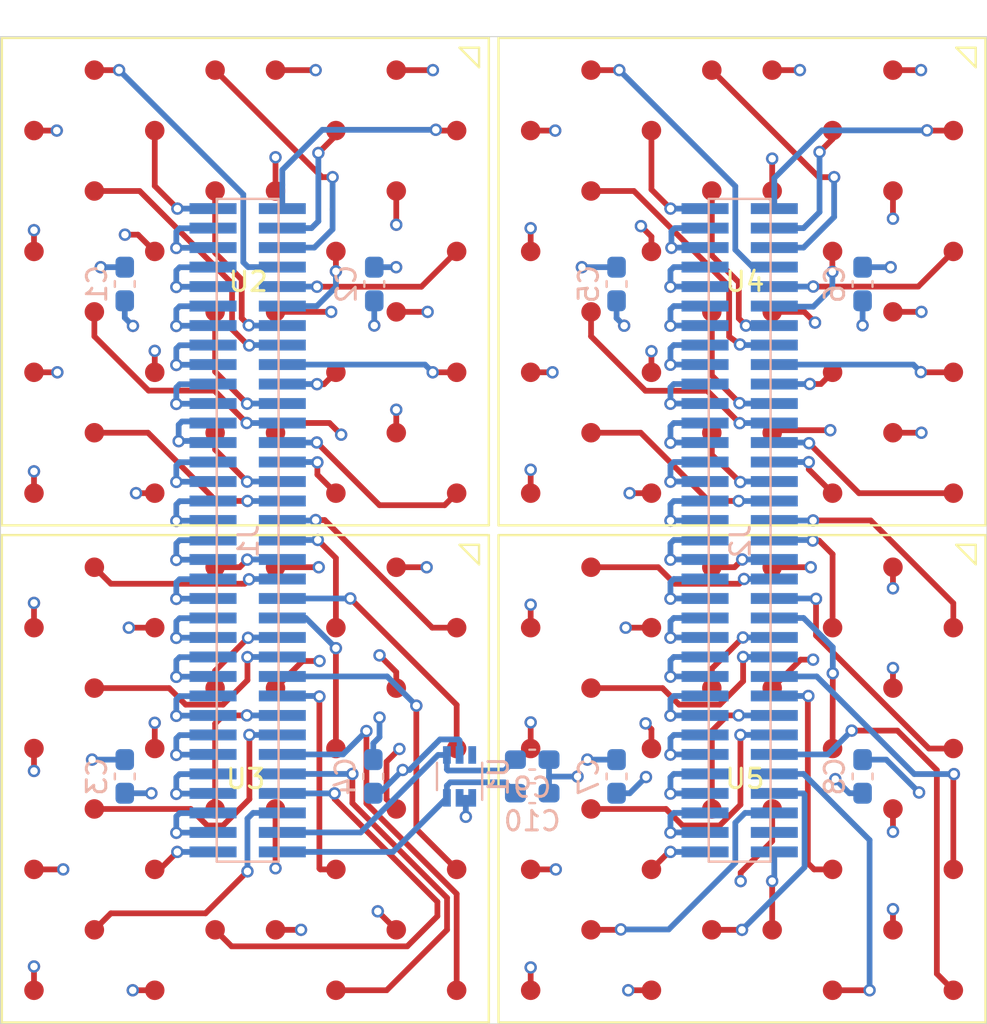
<source format=kicad_pcb>
(kicad_pcb (version 20171130) (host pcbnew "(5.1.9-0-10_14)")
  (title_block (title "Preliminary PCB Layout") (date 2021-02-09) (company "Electronics Design Facility"))
  (layers (0 F.Cu signal) (1 GND power) (2 SiPM_Bias_voltage power) (31 B.Cu signal) (34 B.Paste user) (35 F.Paste user) (36 B.SilkS user hide) (37 F.SilkS user) (38 B.Mask user) (39 F.Mask user) (44 Edge.Cuts user))
  (net 0 "")
  (net 1 GND)
  (net 2 /BIAS1)
  (net 3 /BIAS2)
  (net 4 /VDD)
  (net 5 /OUT)
  (net 6 "Net-(J1-Pad63)")
  (net 7 "Net-(J1-Pad61)")
  (net 8 "Net-(J1-Pad59)")
  (net 9 "Net-(J1-Pad57)")
  (net 10 "Net-(J1-Pad55)")
  (net 11 "Net-(J1-Pad53)")
  (net 12 "Net-(J1-Pad51)")
  (net 13 "Net-(J1-Pad49)")
  (net 14 "Net-(J1-Pad47)")
  (net 15 "Net-(J1-Pad45)")
  (net 16 "Net-(J1-Pad43)")
  (net 17 "Net-(J1-Pad41)")
  (net 18 "Net-(J1-Pad39)")
  (net 19 "Net-(J1-Pad37)")
  (net 20 "Net-(J1-Pad35)")
  (net 21 "Net-(J1-Pad33)")
  (net 22 "Net-(J1-Pad31)")
  (net 23 "Net-(J1-Pad29)")
  (net 24 "Net-(J1-Pad27)")
  (net 25 "Net-(J1-Pad25)")
  (net 26 "Net-(J1-Pad23)")
  (net 27 "Net-(J1-Pad21)")
  (net 28 "Net-(J1-Pad19)")
  (net 29 "Net-(J1-Pad17)")
  (net 30 "Net-(J1-Pad15)")
  (net 31 "Net-(J1-Pad13)")
  (net 32 "Net-(J1-Pad11)")
  (net 33 "Net-(J1-Pad9)")
  (net 34 "Net-(J1-Pad7)")
  (net 35 "Net-(J1-Pad5)")
  (net 36 "Net-(J1-Pad3)")
  (net 37 "Net-(J1-Pad1)")
  (net 38 "Net-(J2-Pad65)")
  (net 39 "Net-(J2-Pad63)")
  (net 40 "Net-(J2-Pad61)")
  (net 41 "Net-(J2-Pad59)")
  (net 42 "Net-(J2-Pad57)")
  (net 43 "Net-(J2-Pad55)")
  (net 44 "Net-(J2-Pad53)")
  (net 45 "Net-(J2-Pad51)")
  (net 46 "Net-(J2-Pad49)")
  (net 47 "Net-(J2-Pad47)")
  (net 48 "Net-(J2-Pad45)")
  (net 49 "Net-(J2-Pad43)")
  (net 50 "Net-(J2-Pad41)")
  (net 51 "Net-(J2-Pad39)")
  (net 52 "Net-(J2-Pad37)")
  (net 53 "Net-(J2-Pad35)")
  (net 54 "Net-(J2-Pad33)")
  (net 55 "Net-(J2-Pad31)")
  (net 56 "Net-(J2-Pad29)")
  (net 57 "Net-(J2-Pad27)")
  (net 58 "Net-(J2-Pad25)")
  (net 59 "Net-(J2-Pad23)")
  (net 60 "Net-(J2-Pad21)")
  (net 61 "Net-(J2-Pad19)")
  (net 62 "Net-(J2-Pad17)")
  (net 63 "Net-(J2-Pad15)")
  (net 64 "Net-(J2-Pad13)")
  (net 65 "Net-(J2-Pad11)")
  (net 66 "Net-(J2-Pad9)")
  (net 67 "Net-(J2-Pad7)")
  (net 68 "Net-(J2-Pad5)")
  (net 69 "Net-(J2-Pad3)")
  (net 70 "Net-(J2-Pad1)")
  (net 71 /BIAS3)
  (net 72 /BIAS4)
  (module Arich_SiPM_Footprints:S14161-6050HS-04 (layer F.Cu) (at 162.75 87.25)
    (fp_text reference U4 (at 0.15 0) (layer F.SilkS))
    (fp_text value S14161-6050HS-04)
    (pad E5 smd circle (at -1.55 1.55) (size 1 1) (layers F.Cu F.Paste F.Mask) (net 60 "Net-(J2-Pad21)"))
    (pad F6 smd circle (at -4.65 4.65) (size 1 1) (layers F.Cu F.Paste F.Mask) (net 71 /BIAS3))
    (pad E7 smd circle (at -1.55 7.75) (size 1 1) (layers F.Cu F.Paste F.Mask) (net 56 "Net-(J2-Pad29)"))
    (pad G7 smd circle (at -7.75 7.75) (size 1 1) (layers F.Cu F.Paste F.Mask) (net 55 "Net-(J2-Pad31)"))
    (pad F8 smd circle (at -4.65 10.85) (size 1 1) (layers F.Cu F.Paste F.Mask) (net 71 /BIAS3))
    (pad G5 smd circle (at -7.75 1.55) (size 1 1) (layers F.Cu F.Paste F.Mask) (net 59 "Net-(J2-Pad23)"))
    (pad H6 smd circle (at -10.85 4.65) (size 1 1) (layers F.Cu F.Paste F.Mask) (net 71 /BIAS3))
    (pad H8 smd circle (at -10.85 10.85) (size 1 1) (layers F.Cu F.Paste F.Mask) (net 71 /BIAS3))
    (pad D5 smd circle (at 1.55 1.55) (size 1 1) (layers F.Cu F.Paste F.Mask) (net 71 /BIAS3))
    (pad C6 smd circle (at 4.65 4.65) (size 1 1) (layers F.Cu F.Paste F.Mask) (net 61 "Net-(J2-Pad19)"))
    (pad B5 smd circle (at 7.75 1.55) (size 1 1) (layers F.Cu F.Paste F.Mask) (net 71 /BIAS3))
    (pad A6 smd circle (at 10.85 4.65) (size 1 1) (layers F.Cu F.Paste F.Mask) (net 62 "Net-(J2-Pad17)"))
    (pad D7 smd circle (at 1.55 7.75) (size 1 1) (layers F.Cu F.Paste F.Mask) (net 71 /BIAS3))
    (pad B7 smd circle (at 7.75 7.75) (size 1 1) (layers F.Cu F.Paste F.Mask) (net 71 /BIAS3))
    (pad A8 smd circle (at 10.85 10.85) (size 1 1) (layers F.Cu F.Paste F.Mask) (net 58 "Net-(J2-Pad25)"))
    (pad C8 smd circle (at 4.65 10.85) (size 1 1) (layers F.Cu F.Paste F.Mask) (net 57 "Net-(J2-Pad27)"))
    (pad D3 smd circle (at 1.55 -4.65) (size 1 1) (layers F.Cu F.Paste F.Mask) (net 71 /BIAS3))
    (pad C4 smd circle (at 4.65 -1.55) (size 1 1) (layers F.Cu F.Paste F.Mask) (net 65 "Net-(J2-Pad11)"))
    (pad B3 smd circle (at 7.75 -4.65) (size 1 1) (layers F.Cu F.Paste F.Mask) (net 71 /BIAS3))
    (pad A4 smd circle (at 10.85 -1.55) (size 1 1) (layers F.Cu F.Paste F.Mask) (net 66 "Net-(J2-Pad9)"))
    (pad D1 smd circle (at 1.55 -10.85) (size 1 1) (layers F.Cu F.Paste F.Mask) (net 71 /BIAS3))
    (pad C2 smd circle (at 4.65 -7.75) (size 1 1) (layers F.Cu F.Paste F.Mask) (net 69 "Net-(J2-Pad3)"))
    (pad B1 smd circle (at 7.75 -10.85) (size 1 1) (layers F.Cu F.Paste F.Mask) (net 71 /BIAS3))
    (pad A2 smd circle (at 10.85 -7.75) (size 1 1) (layers F.Cu F.Paste F.Mask) (net 70 "Net-(J2-Pad1)"))
    (pad E1 smd circle (at -1.55 -10.85) (size 1 1) (layers F.Cu F.Paste F.Mask) (net 68 "Net-(J2-Pad5)"))
    (pad F2 smd circle (at -4.65 -7.75) (size 1 1) (layers F.Cu F.Paste F.Mask) (net 71 /BIAS3))
    (pad E3 smd circle (at -1.55 -4.65) (size 1 1) (layers F.Cu F.Paste F.Mask) (net 64 "Net-(J2-Pad13)"))
    (pad F4 smd circle (at -4.65 -1.55) (size 1 1) (layers F.Cu F.Paste F.Mask) (net 71 /BIAS3))
    (pad G1 smd circle (at -7.75 -10.85) (size 1 1) (layers F.Cu F.Paste F.Mask) (net 67 "Net-(J2-Pad7)"))
    (pad G3 smd circle (at -7.75 -4.65) (size 1 1) (layers F.Cu F.Paste F.Mask) (net 63 "Net-(J2-Pad15)"))
    (pad H2 smd circle (at -10.85 -7.75) (size 1 1) (layers F.Cu F.Paste F.Mask) (net 71 /BIAS3))
    (pad H4 smd circle (at -10.85 -1.55) (size 1 1) (layers F.Cu F.Paste F.Mask) (net 71 /BIAS3))
  )
  (module Capacitor_SMD:C_0603_1608Metric_Pad1.08x0.95mm_HandSolder (layer B.Cu) (at 156.31 112.63 270)
    (fp_text reference C7 (at 0 1.43 270) (layer B.SilkS) (effects (justify mirror)))
    (fp_text value 100nF)
    (pad 1 smd roundrect (at -0.8625 0 270) (size 1.075 0.95) (layers B.Cu B.Paste B.Mask) (net 72 /BIAS4))
    (pad 2 smd roundrect (at 0.8625 0 270) (size 1.075 0.95) (layers B.Cu B.Paste B.Mask) (net 1 GND))
  )
  (module Capacitor_SMD:C_0603_1608Metric_Pad1.08x0.95mm_HandSolder (layer B.Cu) (at 151.98 111.77)
    (fp_text reference C9 (at 0 1.43 180) (layer B.SilkS) (effects (justify mirror)))
    (fp_text value 100nF)
    (pad 2 smd roundrect (at 0.8625 0) (size 1.075 0.95) (layers B.Cu B.Paste B.Mask) (net 1 GND))
    (pad 1 smd roundrect (at -0.8625 0) (size 1.075 0.95) (layers B.Cu B.Paste B.Mask) (net 4 /VDD))
  )
  (module Capacitor_SMD:C_0603_1608Metric_Pad1.08x0.95mm_HandSolder (layer B.Cu) (at 151.98 113.49)
    (fp_text reference C10 (at 0 1.43 180) (layer B.SilkS) (effects (justify mirror)))
    (fp_text value 100nF)
    (pad 1 smd roundrect (at -0.8625 0) (size 1.075 0.95) (layers B.Cu B.Paste B.Mask) (net 5 /OUT))
    (pad 2 smd roundrect (at 0.8625 0) (size 1.075 0.95) (layers B.Cu B.Paste B.Mask) (net 1 GND))
  )
  (module Arich_SiPM_Footprints:Texas_R-PDSO-G6 (layer B.Cu) (at 148.25 112.63 90)
    (fp_text reference U1 (at 0 2 90) (layer B.SilkS) (effects (justify mirror)))
    (fp_text value LM94021)
    (pad 1 smd rect (at -1.1 0.65 90) (size 0.9 0.4) (layers B.Cu B.Paste B.Mask) (net 1 GND))
    (pad 3 smd rect (at -1.1 -0.65 90) (size 0.9 0.4) (layers B.Cu B.Paste B.Mask) (net 5 /OUT))
    (pad 5 smd rect (at 1.1 0 90) (size 0.9 0.4) (layers B.Cu B.Paste B.Mask) (net 1 GND))
    (pad 2 smd rect (at -1.1 0 90) (size 0.9 0.4) (layers B.Cu B.Paste B.Mask) (net 1 GND))
    (pad 4 smd rect (at 1.1 -0.65 90) (size 0.9 0.4) (layers B.Cu B.Paste B.Mask) (net 4 /VDD))
    (pad 6 smd rect (at 1.1 0.65 90) (size 0.9 0.4) (layers B.Cu B.Paste B.Mask))
  )
  (module Arich_SiPM_Footprints:S14161-6050HS-04 (layer F.Cu) (at 162.75 112.75)
    (fp_text reference U5 (at 0.15 0) (layer F.SilkS))
    (fp_text value S14161-6050HS-04)
    (pad H4 smd circle (at -10.85 -1.55) (size 1 1) (layers F.Cu F.Paste F.Mask) (net 72 /BIAS4))
    (pad H2 smd circle (at -10.85 -7.75) (size 1 1) (layers F.Cu F.Paste F.Mask) (net 72 /BIAS4))
    (pad G3 smd circle (at -7.75 -4.65) (size 1 1) (layers F.Cu F.Paste F.Mask) (net 47 "Net-(J2-Pad47)"))
    (pad G1 smd circle (at -7.75 -10.85) (size 1 1) (layers F.Cu F.Paste F.Mask) (net 51 "Net-(J2-Pad39)"))
    (pad F4 smd circle (at -4.65 -1.55) (size 1 1) (layers F.Cu F.Paste F.Mask) (net 72 /BIAS4))
    (pad E3 smd circle (at -1.55 -4.65) (size 1 1) (layers F.Cu F.Paste F.Mask) (net 48 "Net-(J2-Pad45)"))
    (pad F2 smd circle (at -4.65 -7.75) (size 1 1) (layers F.Cu F.Paste F.Mask) (net 72 /BIAS4))
    (pad E1 smd circle (at -1.55 -10.85) (size 1 1) (layers F.Cu F.Paste F.Mask) (net 52 "Net-(J2-Pad37)"))
    (pad A2 smd circle (at 10.85 -7.75) (size 1 1) (layers F.Cu F.Paste F.Mask) (net 54 "Net-(J2-Pad33)"))
    (pad B1 smd circle (at 7.75 -10.85) (size 1 1) (layers F.Cu F.Paste F.Mask) (net 72 /BIAS4))
    (pad C2 smd circle (at 4.65 -7.75) (size 1 1) (layers F.Cu F.Paste F.Mask) (net 53 "Net-(J2-Pad35)"))
    (pad D1 smd circle (at 1.55 -10.85) (size 1 1) (layers F.Cu F.Paste F.Mask) (net 72 /BIAS4))
    (pad A4 smd circle (at 10.85 -1.55) (size 1 1) (layers F.Cu F.Paste F.Mask) (net 50 "Net-(J2-Pad41)"))
    (pad B3 smd circle (at 7.75 -4.65) (size 1 1) (layers F.Cu F.Paste F.Mask) (net 72 /BIAS4))
    (pad C4 smd circle (at 4.65 -1.55) (size 1 1) (layers F.Cu F.Paste F.Mask) (net 49 "Net-(J2-Pad43)"))
    (pad D3 smd circle (at 1.55 -4.65) (size 1 1) (layers F.Cu F.Paste F.Mask) (net 72 /BIAS4))
    (pad C8 smd circle (at 4.65 10.85) (size 1 1) (layers F.Cu F.Paste F.Mask) (net 41 "Net-(J2-Pad59)"))
    (pad A8 smd circle (at 10.85 10.85) (size 1 1) (layers F.Cu F.Paste F.Mask) (net 42 "Net-(J2-Pad57)"))
    (pad B7 smd circle (at 7.75 7.75) (size 1 1) (layers F.Cu F.Paste F.Mask) (net 72 /BIAS4))
    (pad D7 smd circle (at 1.55 7.75) (size 1 1) (layers F.Cu F.Paste F.Mask) (net 72 /BIAS4))
    (pad A6 smd circle (at 10.85 4.65) (size 1 1) (layers F.Cu F.Paste F.Mask) (net 46 "Net-(J2-Pad49)"))
    (pad B5 smd circle (at 7.75 1.55) (size 1 1) (layers F.Cu F.Paste F.Mask) (net 72 /BIAS4))
    (pad C6 smd circle (at 4.65 4.65) (size 1 1) (layers F.Cu F.Paste F.Mask) (net 45 "Net-(J2-Pad51)"))
    (pad D5 smd circle (at 1.55 1.55) (size 1 1) (layers F.Cu F.Paste F.Mask) (net 72 /BIAS4))
    (pad H8 smd circle (at -10.85 10.85) (size 1 1) (layers F.Cu F.Paste F.Mask) (net 72 /BIAS4))
    (pad H6 smd circle (at -10.85 4.65) (size 1 1) (layers F.Cu F.Paste F.Mask) (net 72 /BIAS4))
    (pad G5 smd circle (at -7.75 1.55) (size 1 1) (layers F.Cu F.Paste F.Mask) (net 43 "Net-(J2-Pad55)"))
    (pad F8 smd circle (at -4.65 10.85) (size 1 1) (layers F.Cu F.Paste F.Mask) (net 72 /BIAS4))
    (pad G7 smd circle (at -7.75 7.75) (size 1 1) (layers F.Cu F.Paste F.Mask) (net 39 "Net-(J2-Pad63)"))
    (pad E7 smd circle (at -1.55 7.75) (size 1 1) (layers F.Cu F.Paste F.Mask) (net 40 "Net-(J2-Pad61)"))
    (pad F6 smd circle (at -4.65 4.65) (size 1 1) (layers F.Cu F.Paste F.Mask) (net 72 /BIAS4))
    (pad E5 smd circle (at -1.55 1.55) (size 1 1) (layers F.Cu F.Paste F.Mask) (net 44 "Net-(J2-Pad53)"))
  )
  (module Arich_SiPM_Footprints:S14161-6050HS-04 (layer F.Cu) (at 137.25 112.75)
    (fp_text reference U3 (at 0.015 0.005) (layer F.SilkS))
    (fp_text value S14161-6050HS-04)
    (pad H4 smd circle (at -10.85 -1.55) (size 1 1) (layers F.Cu F.Paste F.Mask) (net 3 /BIAS2))
    (pad H2 smd circle (at -10.85 -7.75) (size 1 1) (layers F.Cu F.Paste F.Mask) (net 3 /BIAS2))
    (pad G3 smd circle (at -7.75 -4.65) (size 1 1) (layers F.Cu F.Paste F.Mask) (net 14 "Net-(J1-Pad47)"))
    (pad G1 smd circle (at -7.75 -10.85) (size 1 1) (layers F.Cu F.Paste F.Mask) (net 18 "Net-(J1-Pad39)"))
    (pad F4 smd circle (at -4.65 -1.55) (size 1 1) (layers F.Cu F.Paste F.Mask) (net 3 /BIAS2))
    (pad E3 smd circle (at -1.55 -4.65) (size 1 1) (layers F.Cu F.Paste F.Mask) (net 15 "Net-(J1-Pad45)"))
    (pad F2 smd circle (at -4.65 -7.75) (size 1 1) (layers F.Cu F.Paste F.Mask) (net 3 /BIAS2))
    (pad E1 smd circle (at -1.55 -10.85) (size 1 1) (layers F.Cu F.Paste F.Mask) (net 19 "Net-(J1-Pad37)"))
    (pad A2 smd circle (at 10.85 -7.75) (size 1 1) (layers F.Cu F.Paste F.Mask) (net 21 "Net-(J1-Pad33)"))
    (pad B1 smd circle (at 7.75 -10.85) (size 1 1) (layers F.Cu F.Paste F.Mask) (net 3 /BIAS2))
    (pad C2 smd circle (at 4.65 -7.75) (size 1 1) (layers F.Cu F.Paste F.Mask) (net 20 "Net-(J1-Pad35)"))
    (pad D1 smd circle (at 1.55 -10.85) (size 1 1) (layers F.Cu F.Paste F.Mask) (net 3 /BIAS2))
    (pad A4 smd circle (at 10.85 -1.55) (size 1 1) (layers F.Cu F.Paste F.Mask) (net 17 "Net-(J1-Pad41)"))
    (pad B3 smd circle (at 7.75 -4.65) (size 1 1) (layers F.Cu F.Paste F.Mask) (net 3 /BIAS2))
    (pad C4 smd circle (at 4.65 -1.55) (size 1 1) (layers F.Cu F.Paste F.Mask) (net 16 "Net-(J1-Pad43)"))
    (pad D3 smd circle (at 1.55 -4.65) (size 1 1) (layers F.Cu F.Paste F.Mask) (net 3 /BIAS2))
    (pad C8 smd circle (at 4.65 10.85) (size 1 1) (layers F.Cu F.Paste F.Mask) (net 8 "Net-(J1-Pad59)"))
    (pad A8 smd circle (at 10.85 10.85) (size 1 1) (layers F.Cu F.Paste F.Mask) (net 9 "Net-(J1-Pad57)"))
    (pad B7 smd circle (at 7.75 7.75) (size 1 1) (layers F.Cu F.Paste F.Mask) (net 3 /BIAS2))
    (pad D7 smd circle (at 1.55 7.75) (size 1 1) (layers F.Cu F.Paste F.Mask) (net 3 /BIAS2))
    (pad A6 smd circle (at 10.85 4.65) (size 1 1) (layers F.Cu F.Paste F.Mask) (net 13 "Net-(J1-Pad49)"))
    (pad B5 smd circle (at 7.75 1.55) (size 1 1) (layers F.Cu F.Paste F.Mask) (net 3 /BIAS2))
    (pad C6 smd circle (at 4.65 4.65) (size 1 1) (layers F.Cu F.Paste F.Mask) (net 12 "Net-(J1-Pad51)"))
    (pad D5 smd circle (at 1.55 1.55) (size 1 1) (layers F.Cu F.Paste F.Mask) (net 3 /BIAS2))
    (pad H8 smd circle (at -10.85 10.85) (size 1 1) (layers F.Cu F.Paste F.Mask) (net 3 /BIAS2))
    (pad H6 smd circle (at -10.85 4.65) (size 1 1) (layers F.Cu F.Paste F.Mask) (net 3 /BIAS2))
    (pad G5 smd circle (at -7.75 1.55) (size 1 1) (layers F.Cu F.Paste F.Mask) (net 10 "Net-(J1-Pad55)"))
    (pad F8 smd circle (at -4.65 10.85) (size 1 1) (layers F.Cu F.Paste F.Mask) (net 3 /BIAS2))
    (pad G7 smd circle (at -7.75 7.75) (size 1 1) (layers F.Cu F.Paste F.Mask) (net 6 "Net-(J1-Pad63)"))
    (pad E7 smd circle (at -1.55 7.75) (size 1 1) (layers F.Cu F.Paste F.Mask) (net 7 "Net-(J1-Pad61)"))
    (pad F6 smd circle (at -4.65 4.65) (size 1 1) (layers F.Cu F.Paste F.Mask) (net 3 /BIAS2))
    (pad E5 smd circle (at -1.55 1.55) (size 1 1) (layers F.Cu F.Paste F.Mask) (net 11 "Net-(J1-Pad53)"))
  )
  (module Arich_SiPM_Footprints:S14161-6050HS-04 (layer F.Cu) (at 137.25 87.25)
    (fp_text reference U2 (at 0.15 0) (layer F.SilkS))
    (fp_text value S14161-6050HS-04)
    (pad H4 smd circle (at -10.85 -1.55) (size 1 1) (layers F.Cu F.Paste F.Mask) (net 2 /BIAS1))
    (pad H2 smd circle (at -10.85 -7.75) (size 1 1) (layers F.Cu F.Paste F.Mask) (net 2 /BIAS1))
    (pad G3 smd circle (at -7.75 -4.65) (size 1 1) (layers F.Cu F.Paste F.Mask) (net 30 "Net-(J1-Pad15)"))
    (pad G1 smd circle (at -7.75 -10.85) (size 1 1) (layers F.Cu F.Paste F.Mask) (net 34 "Net-(J1-Pad7)"))
    (pad F4 smd circle (at -4.65 -1.55) (size 1 1) (layers F.Cu F.Paste F.Mask) (net 2 /BIAS1))
    (pad E3 smd circle (at -1.55 -4.65) (size 1 1) (layers F.Cu F.Paste F.Mask) (net 31 "Net-(J1-Pad13)"))
    (pad F2 smd circle (at -4.65 -7.75) (size 1 1) (layers F.Cu F.Paste F.Mask) (net 2 /BIAS1))
    (pad E1 smd circle (at -1.55 -10.85) (size 1 1) (layers F.Cu F.Paste F.Mask) (net 35 "Net-(J1-Pad5)"))
    (pad A2 smd circle (at 10.85 -7.75) (size 1 1) (layers F.Cu F.Paste F.Mask) (net 37 "Net-(J1-Pad1)"))
    (pad B1 smd circle (at 7.75 -10.85) (size 1 1) (layers F.Cu F.Paste F.Mask) (net 2 /BIAS1))
    (pad C2 smd circle (at 4.65 -7.75) (size 1 1) (layers F.Cu F.Paste F.Mask) (net 36 "Net-(J1-Pad3)"))
    (pad D1 smd circle (at 1.55 -10.85) (size 1 1) (layers F.Cu F.Paste F.Mask) (net 2 /BIAS1))
    (pad A4 smd circle (at 10.85 -1.55) (size 1 1) (layers F.Cu F.Paste F.Mask) (net 33 "Net-(J1-Pad9)"))
    (pad B3 smd circle (at 7.75 -4.65) (size 1 1) (layers F.Cu F.Paste F.Mask) (net 2 /BIAS1))
    (pad C4 smd circle (at 4.65 -1.55) (size 1 1) (layers F.Cu F.Paste F.Mask) (net 32 "Net-(J1-Pad11)"))
    (pad D3 smd circle (at 1.55 -4.65) (size 1 1) (layers F.Cu F.Paste F.Mask) (net 2 /BIAS1))
    (pad C8 smd circle (at 4.65 10.85) (size 1 1) (layers F.Cu F.Paste F.Mask) (net 24 "Net-(J1-Pad27)"))
    (pad A8 smd circle (at 10.85 10.85) (size 1 1) (layers F.Cu F.Paste F.Mask) (net 25 "Net-(J1-Pad25)"))
    (pad B7 smd circle (at 7.75 7.75) (size 1 1) (layers F.Cu F.Paste F.Mask) (net 2 /BIAS1))
    (pad D7 smd circle (at 1.55 7.75) (size 1 1) (layers F.Cu F.Paste F.Mask) (net 2 /BIAS1))
    (pad A6 smd circle (at 10.85 4.65) (size 1 1) (layers F.Cu F.Paste F.Mask) (net 29 "Net-(J1-Pad17)"))
    (pad B5 smd circle (at 7.75 1.55) (size 1 1) (layers F.Cu F.Paste F.Mask) (net 2 /BIAS1))
    (pad C6 smd circle (at 4.65 4.65) (size 1 1) (layers F.Cu F.Paste F.Mask) (net 28 "Net-(J1-Pad19)"))
    (pad D5 smd circle (at 1.55 1.55) (size 1 1) (layers F.Cu F.Paste F.Mask) (net 2 /BIAS1))
    (pad H8 smd circle (at -10.85 10.85) (size 1 1) (layers F.Cu F.Paste F.Mask) (net 2 /BIAS1))
    (pad H6 smd circle (at -10.85 4.65) (size 1 1) (layers F.Cu F.Paste F.Mask) (net 2 /BIAS1))
    (pad G5 smd circle (at -7.75 1.55) (size 1 1) (layers F.Cu F.Paste F.Mask) (net 26 "Net-(J1-Pad23)"))
    (pad F8 smd circle (at -4.65 10.85) (size 1 1) (layers F.Cu F.Paste F.Mask) (net 2 /BIAS1))
    (pad G7 smd circle (at -7.75 7.75) (size 1 1) (layers F.Cu F.Paste F.Mask) (net 22 "Net-(J1-Pad31)"))
    (pad E7 smd circle (at -1.55 7.75) (size 1 1) (layers F.Cu F.Paste F.Mask) (net 23 "Net-(J1-Pad29)"))
    (pad F6 smd circle (at -4.65 4.65) (size 1 1) (layers F.Cu F.Paste F.Mask) (net 2 /BIAS1))
    (pad E5 smd circle (at -1.55 1.55) (size 1 1) (layers F.Cu F.Paste F.Mask) (net 27 "Net-(J1-Pad21)"))
  )
  (module Arich_SiPM_Footprints:MW-34-03-G-D-245-065-ES (layer B.Cu) (at 162.63 100 270)
    (fp_text reference J2 (at 0.56388 -0.0381 270) (layer B.SilkS) (effects (justify mirror)))
    (fp_text value Conn_02x34_Odd_Even)
    (pad 68 smd rect (at 16.502634 1.778 270) (size 0.5588 2.413) (layers B.Cu B.Paste B.Mask) (net 72 /BIAS4))
    (pad 67 smd rect (at 16.502634 -1.778 270) (size 0.5588 2.413) (layers B.Cu B.Paste B.Mask) (net 72 /BIAS4))
    (pad 66 smd rect (at 15.502636 1.778 270) (size 0.5588 2.413) (layers B.Cu B.Paste B.Mask) (net 1 GND))
    (pad 65 smd rect (at 15.502636 -1.778 270) (size 0.5588 2.413) (layers B.Cu B.Paste B.Mask) (net 38 "Net-(J2-Pad65)"))
    (pad 64 smd rect (at 14.502638 1.778 270) (size 0.5588 2.413) (layers B.Cu B.Paste B.Mask) (net 1 GND))
    (pad 63 smd rect (at 14.502638 -1.778 270) (size 0.5588 2.413) (layers B.Cu B.Paste B.Mask) (net 39 "Net-(J2-Pad63)"))
    (pad 62 smd rect (at 13.50264 1.778 270) (size 0.5588 2.413) (layers B.Cu B.Paste B.Mask) (net 1 GND))
    (pad 61 smd rect (at 13.50264 -1.778 270) (size 0.5588 2.413) (layers B.Cu B.Paste B.Mask) (net 40 "Net-(J2-Pad61)"))
    (pad 60 smd rect (at 12.502642 1.778 270) (size 0.5588 2.413) (layers B.Cu B.Paste B.Mask) (net 1 GND))
    (pad 59 smd rect (at 12.502642 -1.778 270) (size 0.5588 2.413) (layers B.Cu B.Paste B.Mask) (net 41 "Net-(J2-Pad59)"))
    (pad 58 smd rect (at 11.502644 1.778 270) (size 0.5588 2.413) (layers B.Cu B.Paste B.Mask) (net 1 GND))
    (pad 57 smd rect (at 11.502644 -1.778 270) (size 0.5588 2.413) (layers B.Cu B.Paste B.Mask) (net 42 "Net-(J2-Pad57)"))
    (pad 56 smd rect (at 10.502646 1.778 270) (size 0.5588 2.413) (layers B.Cu B.Paste B.Mask) (net 1 GND))
    (pad 55 smd rect (at 10.502646 -1.778 270) (size 0.5588 2.413) (layers B.Cu B.Paste B.Mask) (net 43 "Net-(J2-Pad55)"))
    (pad 54 smd rect (at 9.502648 1.778 270) (size 0.5588 2.413) (layers B.Cu B.Paste B.Mask) (net 1 GND))
    (pad 53 smd rect (at 9.502648 -1.778 270) (size 0.5588 2.413) (layers B.Cu B.Paste B.Mask) (net 44 "Net-(J2-Pad53)"))
    (pad 52 smd rect (at 8.50265 1.778 270) (size 0.5588 2.413) (layers B.Cu B.Paste B.Mask) (net 1 GND))
    (pad 51 smd rect (at 8.50265 -1.778 270) (size 0.5588 2.413) (layers B.Cu B.Paste B.Mask) (net 45 "Net-(J2-Pad51)"))
    (pad 50 smd rect (at 7.502652 1.778 270) (size 0.5588 2.413) (layers B.Cu B.Paste B.Mask) (net 1 GND))
    (pad 49 smd rect (at 7.502652 -1.778 270) (size 0.5588 2.413) (layers B.Cu B.Paste B.Mask) (net 46 "Net-(J2-Pad49)"))
    (pad 48 smd rect (at 6.502654 1.778 270) (size 0.5588 2.413) (layers B.Cu B.Paste B.Mask) (net 1 GND))
    (pad 47 smd rect (at 6.502654 -1.778 270) (size 0.5588 2.413) (layers B.Cu B.Paste B.Mask) (net 47 "Net-(J2-Pad47)"))
    (pad 46 smd rect (at 5.502656 1.778 270) (size 0.5588 2.413) (layers B.Cu B.Paste B.Mask) (net 1 GND))
    (pad 45 smd rect (at 5.502656 -1.778 270) (size 0.5588 2.413) (layers B.Cu B.Paste B.Mask) (net 48 "Net-(J2-Pad45)"))
    (pad 44 smd rect (at 4.502658 1.778 270) (size 0.5588 2.413) (layers B.Cu B.Paste B.Mask) (net 1 GND))
    (pad 43 smd rect (at 4.502658 -1.778 270) (size 0.5588 2.413) (layers B.Cu B.Paste B.Mask) (net 49 "Net-(J2-Pad43)"))
    (pad 42 smd rect (at 3.50266 1.778 270) (size 0.5588 2.413) (layers B.Cu B.Paste B.Mask) (net 1 GND))
    (pad 41 smd rect (at 3.50266 -1.778 270) (size 0.5588 2.413) (layers B.Cu B.Paste B.Mask) (net 50 "Net-(J2-Pad41)"))
    (pad 40 smd rect (at 2.502662 1.778 270) (size 0.5588 2.413) (layers B.Cu B.Paste B.Mask) (net 1 GND))
    (pad 39 smd rect (at 2.502662 -1.778 270) (size 0.5588 2.413) (layers B.Cu B.Paste B.Mask) (net 51 "Net-(J2-Pad39)"))
    (pad 38 smd rect (at 1.502664 1.778 270) (size 0.5588 2.413) (layers B.Cu B.Paste B.Mask) (net 1 GND))
    (pad 37 smd rect (at 1.502664 -1.778 270) (size 0.5588 2.413) (layers B.Cu B.Paste B.Mask) (net 52 "Net-(J2-Pad37)"))
    (pad 36 smd rect (at 0.502666 1.778 270) (size 0.5588 2.413) (layers B.Cu B.Paste B.Mask) (net 1 GND))
    (pad 35 smd rect (at 0.502666 -1.778 270) (size 0.5588 2.413) (layers B.Cu B.Paste B.Mask) (net 53 "Net-(J2-Pad35)"))
    (pad 34 smd rect (at -0.497332 1.778 270) (size 0.5588 2.413) (layers B.Cu B.Paste B.Mask) (net 1 GND))
    (pad 33 smd rect (at -0.497332 -1.778 270) (size 0.5588 2.413) (layers B.Cu B.Paste B.Mask) (net 54 "Net-(J2-Pad33)"))
    (pad 32 smd rect (at -1.49733 1.778 270) (size 0.5588 2.413) (layers B.Cu B.Paste B.Mask) (net 1 GND))
    (pad 31 smd rect (at -1.49733 -1.778 270) (size 0.5588 2.413) (layers B.Cu B.Paste B.Mask) (net 55 "Net-(J2-Pad31)"))
    (pad 30 smd rect (at -2.497328 1.778 270) (size 0.5588 2.413) (layers B.Cu B.Paste B.Mask) (net 1 GND))
    (pad 29 smd rect (at -2.497328 -1.778 270) (size 0.5588 2.413) (layers B.Cu B.Paste B.Mask) (net 56 "Net-(J2-Pad29)"))
    (pad 28 smd rect (at -3.497326 1.778 270) (size 0.5588 2.413) (layers B.Cu B.Paste B.Mask) (net 1 GND))
    (pad 27 smd rect (at -3.497326 -1.778 270) (size 0.5588 2.413) (layers B.Cu B.Paste B.Mask) (net 57 "Net-(J2-Pad27)"))
    (pad 26 smd rect (at -4.497324 1.778 270) (size 0.5588 2.413) (layers B.Cu B.Paste B.Mask) (net 1 GND))
    (pad 25 smd rect (at -4.497324 -1.778 270) (size 0.5588 2.413) (layers B.Cu B.Paste B.Mask) (net 58 "Net-(J2-Pad25)"))
    (pad 24 smd rect (at -5.497322 1.778 270) (size 0.5588 2.413) (layers B.Cu B.Paste B.Mask) (net 1 GND))
    (pad 23 smd rect (at -5.497322 -1.778 270) (size 0.5588 2.413) (layers B.Cu B.Paste B.Mask) (net 59 "Net-(J2-Pad23)"))
    (pad 22 smd rect (at -6.49732 1.778 270) (size 0.5588 2.413) (layers B.Cu B.Paste B.Mask) (net 1 GND))
    (pad 21 smd rect (at -6.49732 -1.778 270) (size 0.5588 2.413) (layers B.Cu B.Paste B.Mask) (net 60 "Net-(J2-Pad21)"))
    (pad 20 smd rect (at -7.497318 1.778 270) (size 0.5588 2.413) (layers B.Cu B.Paste B.Mask) (net 1 GND))
    (pad 19 smd rect (at -7.497318 -1.778 270) (size 0.5588 2.413) (layers B.Cu B.Paste B.Mask) (net 61 "Net-(J2-Pad19)"))
    (pad 18 smd rect (at -8.497316 1.778 270) (size 0.5588 2.413) (layers B.Cu B.Paste B.Mask) (net 1 GND))
    (pad 17 smd rect (at -8.497316 -1.778 270) (size 0.5588 2.413) (layers B.Cu B.Paste B.Mask) (net 62 "Net-(J2-Pad17)"))
    (pad 16 smd rect (at -9.497314 1.778 270) (size 0.5588 2.413) (layers B.Cu B.Paste B.Mask) (net 1 GND))
    (pad 15 smd rect (at -9.497314 -1.778 270) (size 0.5588 2.413) (layers B.Cu B.Paste B.Mask) (net 63 "Net-(J2-Pad15)"))
    (pad 14 smd rect (at -10.497312 1.778 270) (size 0.5588 2.413) (layers B.Cu B.Paste B.Mask) (net 1 GND))
    (pad 13 smd rect (at -10.497312 -1.778 270) (size 0.5588 2.413) (layers B.Cu B.Paste B.Mask) (net 64 "Net-(J2-Pad13)"))
    (pad 12 smd rect (at -11.49731 1.778 270) (size 0.5588 2.413) (layers B.Cu B.Paste B.Mask) (net 1 GND))
    (pad 11 smd rect (at -11.49731 -1.778 270) (size 0.5588 2.413) (layers B.Cu B.Paste B.Mask) (net 65 "Net-(J2-Pad11)"))
    (pad 10 smd rect (at -12.497308 1.778 270) (size 0.5588 2.413) (layers B.Cu B.Paste B.Mask) (net 1 GND))
    (pad 9 smd rect (at -12.497308 -1.778 270) (size 0.5588 2.413) (layers B.Cu B.Paste B.Mask) (net 66 "Net-(J2-Pad9)"))
    (pad 8 smd rect (at -13.497306 1.778 270) (size 0.5588 2.413) (layers B.Cu B.Paste B.Mask) (net 1 GND))
    (pad 7 smd rect (at -13.497306 -1.778 270) (size 0.5588 2.413) (layers B.Cu B.Paste B.Mask) (net 67 "Net-(J2-Pad7)"))
    (pad 6 smd rect (at -14.497304 1.778 270) (size 0.5588 2.413) (layers B.Cu B.Paste B.Mask) (net 1 GND))
    (pad 5 smd rect (at -14.497304 -1.778 270) (size 0.5588 2.413) (layers B.Cu B.Paste B.Mask) (net 68 "Net-(J2-Pad5)"))
    (pad 4 smd rect (at -15.497302 1.778 270) (size 0.5588 2.413) (layers B.Cu B.Paste B.Mask) (net 1 GND))
    (pad 3 smd rect (at -15.497302 -1.778 270) (size 0.5588 2.413) (layers B.Cu B.Paste B.Mask) (net 69 "Net-(J2-Pad3)"))
    (pad 1 smd rect (at -16.4973 -1.778 270) (size 0.5588 2.413) (layers B.Cu B.Paste B.Mask) (net 70 "Net-(J2-Pad1)"))
    (pad 2 smd rect (at -16.4973 1.778 270) (size 0.5588 2.413) (layers B.Cu B.Paste B.Mask) (net 71 /BIAS3))
  )
  (module Arich_SiPM_Footprints:MW-34-03-G-D-245-065-ES (layer B.Cu) (at 137.37 100 270)
    (fp_text reference J1 (at 0.56388 -0.0381 270) (layer B.SilkS) (effects (justify mirror)))
    (fp_text value Conn_02x34_Odd_Even)
    (pad 2 smd rect (at -16.4973 1.778 270) (size 0.5588 2.413) (layers B.Cu B.Paste B.Mask) (net 2 /BIAS1))
    (pad 1 smd rect (at -16.4973 -1.778 270) (size 0.5588 2.413) (layers B.Cu B.Paste B.Mask) (net 37 "Net-(J1-Pad1)"))
    (pad 3 smd rect (at -15.497302 -1.778 270) (size 0.5588 2.413) (layers B.Cu B.Paste B.Mask) (net 36 "Net-(J1-Pad3)"))
    (pad 4 smd rect (at -15.497302 1.778 270) (size 0.5588 2.413) (layers B.Cu B.Paste B.Mask) (net 1 GND))
    (pad 5 smd rect (at -14.497304 -1.778 270) (size 0.5588 2.413) (layers B.Cu B.Paste B.Mask) (net 35 "Net-(J1-Pad5)"))
    (pad 6 smd rect (at -14.497304 1.778 270) (size 0.5588 2.413) (layers B.Cu B.Paste B.Mask) (net 1 GND))
    (pad 7 smd rect (at -13.497306 -1.778 270) (size 0.5588 2.413) (layers B.Cu B.Paste B.Mask) (net 34 "Net-(J1-Pad7)"))
    (pad 8 smd rect (at -13.497306 1.778 270) (size 0.5588 2.413) (layers B.Cu B.Paste B.Mask) (net 1 GND))
    (pad 9 smd rect (at -12.497308 -1.778 270) (size 0.5588 2.413) (layers B.Cu B.Paste B.Mask) (net 33 "Net-(J1-Pad9)"))
    (pad 10 smd rect (at -12.497308 1.778 270) (size 0.5588 2.413) (layers B.Cu B.Paste B.Mask) (net 1 GND))
    (pad 11 smd rect (at -11.49731 -1.778 270) (size 0.5588 2.413) (layers B.Cu B.Paste B.Mask) (net 32 "Net-(J1-Pad11)"))
    (pad 12 smd rect (at -11.49731 1.778 270) (size 0.5588 2.413) (layers B.Cu B.Paste B.Mask) (net 1 GND))
    (pad 13 smd rect (at -10.497312 -1.778 270) (size 0.5588 2.413) (layers B.Cu B.Paste B.Mask) (net 31 "Net-(J1-Pad13)"))
    (pad 14 smd rect (at -10.497312 1.778 270) (size 0.5588 2.413) (layers B.Cu B.Paste B.Mask) (net 1 GND))
    (pad 15 smd rect (at -9.497314 -1.778 270) (size 0.5588 2.413) (layers B.Cu B.Paste B.Mask) (net 30 "Net-(J1-Pad15)"))
    (pad 16 smd rect (at -9.497314 1.778 270) (size 0.5588 2.413) (layers B.Cu B.Paste B.Mask) (net 1 GND))
    (pad 17 smd rect (at -8.497316 -1.778 270) (size 0.5588 2.413) (layers B.Cu B.Paste B.Mask) (net 29 "Net-(J1-Pad17)"))
    (pad 18 smd rect (at -8.497316 1.778 270) (size 0.5588 2.413) (layers B.Cu B.Paste B.Mask) (net 1 GND))
    (pad 19 smd rect (at -7.497318 -1.778 270) (size 0.5588 2.413) (layers B.Cu B.Paste B.Mask) (net 28 "Net-(J1-Pad19)"))
    (pad 20 smd rect (at -7.497318 1.778 270) (size 0.5588 2.413) (layers B.Cu B.Paste B.Mask) (net 1 GND))
    (pad 21 smd rect (at -6.49732 -1.778 270) (size 0.5588 2.413) (layers B.Cu B.Paste B.Mask) (net 27 "Net-(J1-Pad21)"))
    (pad 22 smd rect (at -6.49732 1.778 270) (size 0.5588 2.413) (layers B.Cu B.Paste B.Mask) (net 1 GND))
    (pad 23 smd rect (at -5.497322 -1.778 270) (size 0.5588 2.413) (layers B.Cu B.Paste B.Mask) (net 26 "Net-(J1-Pad23)"))
    (pad 24 smd rect (at -5.497322 1.778 270) (size 0.5588 2.413) (layers B.Cu B.Paste B.Mask) (net 1 GND))
    (pad 25 smd rect (at -4.497324 -1.778 270) (size 0.5588 2.413) (layers B.Cu B.Paste B.Mask) (net 25 "Net-(J1-Pad25)"))
    (pad 26 smd rect (at -4.497324 1.778 270) (size 0.5588 2.413) (layers B.Cu B.Paste B.Mask) (net 1 GND))
    (pad 27 smd rect (at -3.497326 -1.778 270) (size 0.5588 2.413) (layers B.Cu B.Paste B.Mask) (net 24 "Net-(J1-Pad27)"))
    (pad 28 smd rect (at -3.497326 1.778 270) (size 0.5588 2.413) (layers B.Cu B.Paste B.Mask) (net 1 GND))
    (pad 29 smd rect (at -2.497328 -1.778 270) (size 0.5588 2.413) (layers B.Cu B.Paste B.Mask) (net 23 "Net-(J1-Pad29)"))
    (pad 30 smd rect (at -2.497328 1.778 270) (size 0.5588 2.413) (layers B.Cu B.Paste B.Mask) (net 1 GND))
    (pad 31 smd rect (at -1.49733 -1.778 270) (size 0.5588 2.413) (layers B.Cu B.Paste B.Mask) (net 22 "Net-(J1-Pad31)"))
    (pad 32 smd rect (at -1.49733 1.778 270) (size 0.5588 2.413) (layers B.Cu B.Paste B.Mask) (net 1 GND))
    (pad 33 smd rect (at -0.497332 -1.778 270) (size 0.5588 2.413) (layers B.Cu B.Paste B.Mask) (net 21 "Net-(J1-Pad33)"))
    (pad 34 smd rect (at -0.497332 1.778 270) (size 0.5588 2.413) (layers B.Cu B.Paste B.Mask) (net 1 GND))
    (pad 35 smd rect (at 0.502666 -1.778 270) (size 0.5588 2.413) (layers B.Cu B.Paste B.Mask) (net 20 "Net-(J1-Pad35)"))
    (pad 36 smd rect (at 0.502666 1.778 270) (size 0.5588 2.413) (layers B.Cu B.Paste B.Mask) (net 1 GND))
    (pad 37 smd rect (at 1.502664 -1.778 270) (size 0.5588 2.413) (layers B.Cu B.Paste B.Mask) (net 19 "Net-(J1-Pad37)"))
    (pad 38 smd rect (at 1.502664 1.778 270) (size 0.5588 2.413) (layers B.Cu B.Paste B.Mask) (net 1 GND))
    (pad 39 smd rect (at 2.502662 -1.778 270) (size 0.5588 2.413) (layers B.Cu B.Paste B.Mask) (net 18 "Net-(J1-Pad39)"))
    (pad 40 smd rect (at 2.502662 1.778 270) (size 0.5588 2.413) (layers B.Cu B.Paste B.Mask) (net 1 GND))
    (pad 41 smd rect (at 3.50266 -1.778 270) (size 0.5588 2.413) (layers B.Cu B.Paste B.Mask) (net 17 "Net-(J1-Pad41)"))
    (pad 42 smd rect (at 3.50266 1.778 270) (size 0.5588 2.413) (layers B.Cu B.Paste B.Mask) (net 1 GND))
    (pad 43 smd rect (at 4.502658 -1.778 270) (size 0.5588 2.413) (layers B.Cu B.Paste B.Mask) (net 16 "Net-(J1-Pad43)"))
    (pad 44 smd rect (at 4.502658 1.778 270) (size 0.5588 2.413) (layers B.Cu B.Paste B.Mask) (net 1 GND))
    (pad 45 smd rect (at 5.502656 -1.778 270) (size 0.5588 2.413) (layers B.Cu B.Paste B.Mask) (net 15 "Net-(J1-Pad45)"))
    (pad 46 smd rect (at 5.502656 1.778 270) (size 0.5588 2.413) (layers B.Cu B.Paste B.Mask) (net 1 GND))
    (pad 47 smd rect (at 6.502654 -1.778 270) (size 0.5588 2.413) (layers B.Cu B.Paste B.Mask) (net 14 "Net-(J1-Pad47)"))
    (pad 48 smd rect (at 6.502654 1.778 270) (size 0.5588 2.413) (layers B.Cu B.Paste B.Mask) (net 1 GND))
    (pad 49 smd rect (at 7.502652 -1.778 270) (size 0.5588 2.413) (layers B.Cu B.Paste B.Mask) (net 13 "Net-(J1-Pad49)"))
    (pad 50 smd rect (at 7.502652 1.778 270) (size 0.5588 2.413) (layers B.Cu B.Paste B.Mask) (net 1 GND))
    (pad 51 smd rect (at 8.50265 -1.778 270) (size 0.5588 2.413) (layers B.Cu B.Paste B.Mask) (net 12 "Net-(J1-Pad51)"))
    (pad 52 smd rect (at 8.50265 1.778 270) (size 0.5588 2.413) (layers B.Cu B.Paste B.Mask) (net 1 GND))
    (pad 53 smd rect (at 9.502648 -1.778 270) (size 0.5588 2.413) (layers B.Cu B.Paste B.Mask) (net 11 "Net-(J1-Pad53)"))
    (pad 54 smd rect (at 9.502648 1.778 270) (size 0.5588 2.413) (layers B.Cu B.Paste B.Mask) (net 1 GND))
    (pad 55 smd rect (at 10.502646 -1.778 270) (size 0.5588 2.413) (layers B.Cu B.Paste B.Mask) (net 10 "Net-(J1-Pad55)"))
    (pad 56 smd rect (at 10.502646 1.778 270) (size 0.5588 2.413) (layers B.Cu B.Paste B.Mask) (net 1 GND))
    (pad 57 smd rect (at 11.502644 -1.778 270) (size 0.5588 2.413) (layers B.Cu B.Paste B.Mask) (net 9 "Net-(J1-Pad57)"))
    (pad 58 smd rect (at 11.502644 1.778 270) (size 0.5588 2.413) (layers B.Cu B.Paste B.Mask) (net 1 GND))
    (pad 59 smd rect (at 12.502642 -1.778 270) (size 0.5588 2.413) (layers B.Cu B.Paste B.Mask) (net 8 "Net-(J1-Pad59)"))
    (pad 60 smd rect (at 12.502642 1.778 270) (size 0.5588 2.413) (layers B.Cu B.Paste B.Mask) (net 1 GND))
    (pad 61 smd rect (at 13.50264 -1.778 270) (size 0.5588 2.413) (layers B.Cu B.Paste B.Mask) (net 7 "Net-(J1-Pad61)"))
    (pad 62 smd rect (at 13.50264 1.778 270) (size 0.5588 2.413) (layers B.Cu B.Paste B.Mask) (net 1 GND))
    (pad 63 smd rect (at 14.502638 -1.778 270) (size 0.5588 2.413) (layers B.Cu B.Paste B.Mask) (net 6 "Net-(J1-Pad63)"))
    (pad 64 smd rect (at 14.502638 1.778 270) (size 0.5588 2.413) (layers B.Cu B.Paste B.Mask) (net 1 GND))
    (pad 65 smd rect (at 15.502636 -1.778 270) (size 0.5588 2.413) (layers B.Cu B.Paste B.Mask) (net 4 /VDD))
    (pad 66 smd rect (at 15.502636 1.778 270) (size 0.5588 2.413) (layers B.Cu B.Paste B.Mask) (net 1 GND))
    (pad 67 smd rect (at 16.502634 -1.778 270) (size 0.5588 2.413) (layers B.Cu B.Paste B.Mask) (net 5 /OUT))
    (pad 68 smd rect (at 16.502634 1.778 270) (size 0.5588 2.413) (layers B.Cu B.Paste B.Mask) (net 3 /BIAS2))
  )
  (module Capacitor_SMD:C_0603_1608Metric_Pad1.08x0.95mm_HandSolder (layer B.Cu) (at 131.06 87.37 270)
    (fp_text reference C1 (at 0 1.43 270) (layer B.SilkS) (effects (justify mirror)))
    (fp_text value 100nF)
    (pad 2 smd roundrect (at 0.8625 0 270) (size 1.075 0.95) (layers B.Cu B.Paste B.Mask) (net 1 GND))
    (pad 1 smd roundrect (at -0.8625 0 270) (size 1.075 0.95) (layers B.Cu B.Paste B.Mask) (net 2 /BIAS1))
  )
  (module Capacitor_SMD:C_0603_1608Metric_Pad1.08x0.95mm_HandSolder (layer B.Cu) (at 143.87 87.37 270)
    (fp_text reference C2 (at 0 1.43 270) (layer B.SilkS) (effects (justify mirror)))
    (fp_text value 100nF)
    (pad 1 smd roundrect (at -0.8625 0 270) (size 1.075 0.95) (layers B.Cu B.Paste B.Mask) (net 2 /BIAS1))
    (pad 2 smd roundrect (at 0.8625 0 270) (size 1.075 0.95) (layers B.Cu B.Paste B.Mask) (net 1 GND))
  )
  (module Capacitor_SMD:C_0603_1608Metric_Pad1.08x0.95mm_HandSolder (layer B.Cu) (at 131.06 112.63 270)
    (fp_text reference C3 (at 0 1.43 270) (layer B.SilkS) (effects (justify mirror)))
    (fp_text value 100nF)
    (pad 2 smd roundrect (at 0.8625 0 270) (size 1.075 0.95) (layers B.Cu B.Paste B.Mask) (net 1 GND))
    (pad 1 smd roundrect (at -0.8625 0 270) (size 1.075 0.95) (layers B.Cu B.Paste B.Mask) (net 3 /BIAS2))
  )
  (module Capacitor_SMD:C_0603_1608Metric_Pad1.08x0.95mm_HandSolder (layer B.Cu) (at 143.82 112.63 270)
    (fp_text reference C4 (at 0 1.43 270) (layer B.SilkS) (effects (justify mirror)))
    (fp_text value 100nF)
    (pad 1 smd roundrect (at -0.8625 0 270) (size 1.075 0.95) (layers B.Cu B.Paste B.Mask) (net 3 /BIAS2))
    (pad 2 smd roundrect (at 0.8625 0 270) (size 1.075 0.95) (layers B.Cu B.Paste B.Mask) (net 1 GND))
  )
  (module Capacitor_SMD:C_0603_1608Metric_Pad1.08x0.95mm_HandSolder (layer B.Cu) (at 156.31 87.37 270)
    (fp_text reference C5 (at 0 1.43 270) (layer B.SilkS) (effects (justify mirror)))
    (fp_text value 100nF)
    (pad 2 smd roundrect (at 0.8625 0 270) (size 1.075 0.95) (layers B.Cu B.Paste B.Mask) (net 1 GND))
    (pad 1 smd roundrect (at -0.8625 0 270) (size 1.075 0.95) (layers B.Cu B.Paste B.Mask) (net 71 /BIAS3))
  )
  (module Capacitor_SMD:C_0603_1608Metric_Pad1.08x0.95mm_HandSolder (layer B.Cu) (at 168.94 87.37 270)
    (fp_text reference C6 (at 0 1.43 270) (layer B.SilkS) (effects (justify mirror)))
    (fp_text value 100nF)
    (pad 1 smd roundrect (at -0.8625 0 270) (size 1.075 0.95) (layers B.Cu B.Paste B.Mask) (net 71 /BIAS3))
    (pad 2 smd roundrect (at 0.8625 0 270) (size 1.075 0.95) (layers B.Cu B.Paste B.Mask) (net 1 GND))
  )
  (module Capacitor_SMD:C_0603_1608Metric_Pad1.08x0.95mm_HandSolder (layer B.Cu) (at 168.94 112.63 270)
    (fp_text reference C8 (at 0 1.43 270) (layer B.SilkS) (effects (justify mirror)))
    (fp_text value 100nF)
    (pad 2 smd roundrect (at 0.8625 0 270) (size 1.075 0.95) (layers B.Cu B.Paste B.Mask) (net 1 GND))
    (pad 1 smd roundrect (at -0.8625 0 270) (size 1.075 0.95) (layers B.Cu B.Paste B.Mask) (net 72 /BIAS4))
  )
  (gr_line (start 124.68 125.32) (end 124.68 74.68) (layer Edge.Cuts) (width 0.05))
  (gr_line (start 175.32 125.32) (end 124.68 125.32) (layer Edge.Cuts) (width 0.05))
  (gr_line (start 175.32 74.68) (end 175.32 125.32) (layer Edge.Cuts) (width 0.05))
  (gr_line (start 124.68 74.68) (end 175.32 74.68) (layer Edge.Cuts) (width 0.05))
  (via (at 133.707308 111.522692) (size 0.635) (drill 0.381) (layers F.Cu B.Cu) (net 1))
  (segment (start 135.572 109.512696) (end 133.717304 109.512696) (width 0.29464) (layer B.Cu) (net 1))
  (segment (start 133.702694 113.518078) (end 133.707308 113.522692) (width 0.29464) (layer B.Cu) (net 1))
  (segment (start 133.702694 103.518078) (end 133.707308 103.522692) (width 0.29464) (layer B.Cu) (net 1))
  (segment (start 135.572 103.512696) (end 133.717304 103.512696) (width 0.29464) (layer B.Cu) (net 1))
  (segment (start 133.877302 112.512698) (end 133.707308 112.682692) (width 0.29464) (layer B.Cu) (net 1))
  (segment (start 133.707308 102.682692) (end 133.707308 103.522692) (width 0.29464) (layer B.Cu) (net 1))
  (via (at 133.707308 103.522692) (size 0.635) (drill 0.381) (layers F.Cu B.Cu) (net 1))
  (segment (start 135.572 102.512698) (end 133.877302 102.512698) (width 0.29464) (layer B.Cu) (net 1))
  (segment (start 133.717304 103.512696) (end 133.707308 103.522692) (width 0.29464) (layer B.Cu) (net 1))
  (segment (start 133.877302 102.512698) (end 133.707308 102.682692) (width 0.29464) (layer B.Cu) (net 1))
  (segment (start 133.707308 103.522692) (end 133.877308 103.522692) (width 0.29464) (layer B.Cu) (net 1))
  (segment (start 133.707308 115.522692) (end 133.877308 115.522692) (width 0.29464) (layer B.Cu) (net 1))
  (segment (start 133.877302 110.512698) (end 133.707308 110.682692) (width 0.29464) (layer B.Cu) (net 1))
  (segment (start 133.877302 108.512698) (end 133.707308 108.682692) (width 0.29464) (layer B.Cu) (net 1))
  (segment (start 133.717304 111.512696) (end 133.707308 111.522692) (width 0.29464) (layer B.Cu) (net 1))
  (segment (start 133.717304 107.512696) (end 133.707308 107.522692) (width 0.29464) (layer B.Cu) (net 1))
  (segment (start 133.702694 107.518078) (end 133.707308 107.522692) (width 0.29464) (layer B.Cu) (net 1))
  (segment (start 133.707308 109.522692) (end 133.877308 109.522692) (width 0.29464) (layer B.Cu) (net 1))
  (via (at 133.707308 101.522692) (size 0.635) (drill 0.381) (layers F.Cu B.Cu) (net 1))
  (segment (start 135.572 110.512698) (end 133.877302 110.512698) (width 0.29464) (layer B.Cu) (net 1))
  (segment (start 133.877302 86.512698) (end 133.707308 86.682692) (width 0.29464) (layer B.Cu) (net 1))
  (segment (start 133.717304 87.512696) (end 133.707308 87.522692) (width 0.29464) (layer B.Cu) (net 1))
  (via (at 133.707308 87.522692) (size 0.635) (drill 0.381) (layers F.Cu B.Cu) (net 1))
  (segment (start 135.572 86.512698) (end 133.877302 86.512698) (width 0.29464) (layer B.Cu) (net 1))
  (segment (start 133.702694 87.518078) (end 133.707308 87.522692) (width 0.29464) (layer B.Cu) (net 1))
  (segment (start 133.707308 86.682692) (end 133.707308 87.522692) (width 0.29464) (layer B.Cu) (net 1))
  (segment (start 135.572 87.512696) (end 133.717304 87.512696) (width 0.29464) (layer B.Cu) (net 1))
  (segment (start 133.707308 87.522692) (end 133.877308 87.522692) (width 0.29464) (layer B.Cu) (net 1))
  (segment (start 133.717304 109.512696) (end 133.707308 109.522692) (width 0.29464) (layer B.Cu) (net 1))
  (segment (start 133.707308 108.682692) (end 133.707308 109.522692) (width 0.29464) (layer B.Cu) (net 1))
  (segment (start 135.572 105.512696) (end 133.717304 105.512696) (width 0.29464) (layer B.Cu) (net 1))
  (segment (start 135.572 115.512696) (end 133.717304 115.512696) (width 0.29464) (layer B.Cu) (net 1))
  (via (at 133.707308 115.522692) (size 0.635) (drill 0.381) (layers F.Cu B.Cu) (net 1))
  (segment (start 135.572 106.512698) (end 133.877302 106.512698) (width 0.29464) (layer B.Cu) (net 1))
  (via (at 133.707308 113.522692) (size 0.635) (drill 0.381) (layers F.Cu B.Cu) (net 1))
  (segment (start 135.572 112.512698) (end 133.877302 112.512698) (width 0.29464) (layer B.Cu) (net 1))
  (segment (start 133.707308 106.682692) (end 133.707308 107.522692) (width 0.29464) (layer B.Cu) (net 1))
  (segment (start 133.707308 112.682692) (end 133.707308 113.522692) (width 0.29464) (layer B.Cu) (net 1))
  (segment (start 135.572 108.512698) (end 133.877302 108.512698) (width 0.29464) (layer B.Cu) (net 1))
  (segment (start 135.572 107.512696) (end 133.717304 107.512696) (width 0.29464) (layer B.Cu) (net 1))
  (segment (start 133.707308 113.522692) (end 133.877308 113.522692) (width 0.29464) (layer B.Cu) (net 1))
  (segment (start 133.707308 105.522692) (end 133.877308 105.522692) (width 0.29464) (layer B.Cu) (net 1))
  (via (at 133.707308 107.522692) (size 0.635) (drill 0.381) (layers F.Cu B.Cu) (net 1))
  (segment (start 133.717304 101.512696) (end 133.707308 101.522692) (width 0.29464) (layer B.Cu) (net 1))
  (segment (start 133.707308 111.522692) (end 133.877308 111.522692) (width 0.29464) (layer B.Cu) (net 1))
  (segment (start 135.572 114.512698) (end 133.877302 114.512698) (width 0.29464) (layer B.Cu) (net 1))
  (segment (start 133.702694 111.518078) (end 133.707308 111.522692) (width 0.29464) (layer B.Cu) (net 1))
  (segment (start 133.707308 100.682692) (end 133.707308 101.522692) (width 0.29464) (layer B.Cu) (net 1))
  (segment (start 135.572 104.512698) (end 133.877302 104.512698) (width 0.29464) (layer B.Cu) (net 1))
  (segment (start 133.707308 101.522692) (end 133.877308 101.522692) (width 0.29464) (layer B.Cu) (net 1))
  (segment (start 133.702694 115.518078) (end 133.707308 115.522692) (width 0.29464) (layer B.Cu) (net 1))
  (segment (start 133.877302 100.512698) (end 133.707308 100.682692) (width 0.29464) (layer B.Cu) (net 1))
  (segment (start 133.702694 105.518078) (end 133.707308 105.522692) (width 0.29464) (layer B.Cu) (net 1))
  (segment (start 133.717304 115.512696) (end 133.707308 115.522692) (width 0.29464) (layer B.Cu) (net 1))
  (segment (start 133.702694 109.518078) (end 133.707308 109.522692) (width 0.29464) (layer B.Cu) (net 1))
  (segment (start 133.877302 106.512698) (end 133.707308 106.682692) (width 0.29464) (layer B.Cu) (net 1))
  (segment (start 135.572 101.512696) (end 133.717304 101.512696) (width 0.29464) (layer B.Cu) (net 1))
  (segment (start 135.572 111.512696) (end 133.717304 111.512696) (width 0.29464) (layer B.Cu) (net 1))
  (segment (start 133.707308 104.682692) (end 133.707308 105.522692) (width 0.29464) (layer B.Cu) (net 1))
  (segment (start 135.572 100.512698) (end 133.877302 100.512698) (width 0.29464) (layer B.Cu) (net 1))
  (segment (start 133.877302 104.512698) (end 133.707308 104.682692) (width 0.29464) (layer B.Cu) (net 1))
  (segment (start 133.877302 114.512698) (end 133.707308 114.682692) (width 0.29464) (layer B.Cu) (net 1))
  (via (at 133.707308 105.522692) (size 0.635) (drill 0.381) (layers F.Cu B.Cu) (net 1))
  (segment (start 133.707308 107.522692) (end 133.877308 107.522692) (width 0.29464) (layer B.Cu) (net 1))
  (segment (start 135.572 113.512696) (end 133.717304 113.512696) (width 0.29464) (layer B.Cu) (net 1))
  (segment (start 133.717304 105.512696) (end 133.707308 105.522692) (width 0.29464) (layer B.Cu) (net 1))
  (segment (start 133.707308 114.682692) (end 133.707308 115.522692) (width 0.29464) (layer B.Cu) (net 1))
  (segment (start 133.702694 101.518078) (end 133.707308 101.522692) (width 0.29464) (layer B.Cu) (net 1))
  (segment (start 133.717304 113.512696) (end 133.707308 113.522692) (width 0.29464) (layer B.Cu) (net 1))
  (segment (start 133.707308 110.682692) (end 133.707308 111.522692) (width 0.29464) (layer B.Cu) (net 1))
  (via (at 133.707308 109.522692) (size 0.635) (drill 0.381) (layers F.Cu B.Cu) (net 1))
  (segment (start 133.702694 97.518078) (end 133.707308 97.522692) (width 0.29464) (layer B.Cu) (net 1))
  (segment (start 133.877302 96.512698) (end 133.707308 96.682692) (width 0.29464) (layer B.Cu) (net 1))
  (via (at 133.827308 95.432692) (size 0.635) (drill 0.381) (layers F.Cu B.Cu) (net 1))
  (segment (start 135.572 93.512696) (end 133.717304 93.512696) (width 0.29464) (layer B.Cu) (net 1))
  (segment (start 135.692 94.422698) (end 133.997302 94.422698) (width 0.29464) (layer B.Cu) (net 1))
  (via (at 133.707308 85.522692) (size 0.635) (drill 0.381) (layers F.Cu B.Cu) (net 1))
  (segment (start 133.877302 92.512698) (end 133.707308 92.682692) (width 0.29464) (layer B.Cu) (net 1))
  (segment (start 133.707308 99.522692) (end 133.877308 99.522692) (width 0.29464) (layer B.Cu) (net 1))
  (segment (start 133.702694 91.518078) (end 133.707308 91.522692) (width 0.29464) (layer B.Cu) (net 1))
  (segment (start 133.717304 91.512696) (end 133.707308 91.522692) (width 0.29464) (layer B.Cu) (net 1))
  (segment (start 133.837304 95.422696) (end 133.827308 95.432692) (width 0.29464) (layer B.Cu) (net 1))
  (segment (start 133.997302 94.422698) (end 133.827308 94.592692) (width 0.29464) (layer B.Cu) (net 1))
  (segment (start 133.707308 93.522692) (end 133.877308 93.522692) (width 0.29464) (layer B.Cu) (net 1))
  (segment (start 133.702694 99.518078) (end 133.707308 99.522692) (width 0.29464) (layer B.Cu) (net 1))
  (segment (start 133.707308 97.522692) (end 133.877308 97.522692) (width 0.29464) (layer B.Cu) (net 1))
  (segment (start 133.877302 90.512698) (end 133.707308 90.682692) (width 0.29464) (layer B.Cu) (net 1))
  (segment (start 135.572 98.512698) (end 133.877302 98.512698) (width 0.29464) (layer B.Cu) (net 1))
  (via (at 133.707308 93.522692) (size 0.635) (drill 0.381) (layers F.Cu B.Cu) (net 1))
  (segment (start 133.707308 85.522692) (end 133.877308 85.522692) (width 0.29464) (layer B.Cu) (net 1))
  (segment (start 133.702694 89.518078) (end 133.707308 89.522692) (width 0.29464) (layer B.Cu) (net 1))
  (segment (start 133.707308 98.682692) (end 133.707308 99.522692) (width 0.29464) (layer B.Cu) (net 1))
  (segment (start 133.707308 89.522692) (end 133.877308 89.522692) (width 0.29464) (layer B.Cu) (net 1))
  (segment (start 133.707308 88.682692) (end 133.707308 89.522692) (width 0.29464) (layer B.Cu) (net 1))
  (segment (start 135.572 97.512696) (end 133.717304 97.512696) (width 0.29464) (layer B.Cu) (net 1))
  (segment (start 133.717304 97.512696) (end 133.707308 97.522692) (width 0.29464) (layer B.Cu) (net 1))
  (segment (start 133.827308 95.432692) (end 133.997308 95.432692) (width 0.29464) (layer B.Cu) (net 1))
  (segment (start 133.707308 91.522692) (end 133.877308 91.522692) (width 0.29464) (layer B.Cu) (net 1))
  (via (at 133.707308 91.522692) (size 0.635) (drill 0.381) (layers F.Cu B.Cu) (net 1))
  (segment (start 133.877302 84.512698) (end 133.707308 84.682692) (width 0.29464) (layer B.Cu) (net 1))
  (via (at 133.707308 89.522692) (size 0.635) (drill 0.381) (layers F.Cu B.Cu) (net 1))
  (segment (start 133.717304 85.512696) (end 133.707308 85.522692) (width 0.29464) (layer B.Cu) (net 1))
  (segment (start 135.692 95.422696) (end 133.837304 95.422696) (width 0.29464) (layer B.Cu) (net 1))
  (segment (start 135.572 84.512698) (end 133.877302 84.512698) (width 0.29464) (layer B.Cu) (net 1))
  (segment (start 135.572 85.512696) (end 133.717304 85.512696) (width 0.29464) (layer B.Cu) (net 1))
  (segment (start 133.717304 99.512696) (end 133.707308 99.522692) (width 0.29464) (layer B.Cu) (net 1))
  (segment (start 135.572 91.512696) (end 133.717304 91.512696) (width 0.29464) (layer B.Cu) (net 1))
  (segment (start 133.877302 88.512698) (end 133.707308 88.682692) (width 0.29464) (layer B.Cu) (net 1))
  (segment (start 135.572 88.512698) (end 133.877302 88.512698) (width 0.29464) (layer B.Cu) (net 1))
  (segment (start 133.702694 93.518078) (end 133.707308 93.522692) (width 0.29464) (layer B.Cu) (net 1))
  (segment (start 133.827308 94.592692) (end 133.827308 95.432692) (width 0.29464) (layer B.Cu) (net 1))
  (segment (start 133.707308 84.682692) (end 133.707308 85.522692) (width 0.29464) (layer B.Cu) (net 1))
  (segment (start 133.822694 95.428078) (end 133.827308 95.432692) (width 0.29464) (layer B.Cu) (net 1))
  (segment (start 133.717304 89.512696) (end 133.707308 89.522692) (width 0.29464) (layer B.Cu) (net 1))
  (segment (start 133.877302 98.512698) (end 133.707308 98.682692) (width 0.29464) (layer B.Cu) (net 1))
  (segment (start 135.572 96.512698) (end 133.877302 96.512698) (width 0.29464) (layer B.Cu) (net 1))
  (segment (start 133.707308 96.682692) (end 133.707308 97.522692) (width 0.29464) (layer B.Cu) (net 1))
  (segment (start 133.707308 92.682692) (end 133.707308 93.522692) (width 0.29464) (layer B.Cu) (net 1))
  (segment (start 133.707308 90.682692) (end 133.707308 91.522692) (width 0.29464) (layer B.Cu) (net 1))
  (segment (start 135.572 89.512696) (end 133.717304 89.512696) (width 0.29464) (layer B.Cu) (net 1))
  (segment (start 135.572 92.512698) (end 133.877302 92.512698) (width 0.29464) (layer B.Cu) (net 1))
  (segment (start 135.572 90.512698) (end 133.877302 90.512698) (width 0.29464) (layer B.Cu) (net 1))
  (via (at 133.707308 99.522692) (size 0.635) (drill 0.381) (layers F.Cu B.Cu) (net 1))
  (via (at 133.707308 97.522692) (size 0.635) (drill 0.381) (layers F.Cu B.Cu) (net 1))
  (segment (start 135.572 99.512696) (end 133.717304 99.512696) (width 0.29464) (layer B.Cu) (net 1))
  (segment (start 133.717304 93.512696) (end 133.707308 93.522692) (width 0.29464) (layer B.Cu) (net 1))
  (via (at 159.077308 111.512692) (size 0.635) (drill 0.381) (layers F.Cu B.Cu) (net 1))
  (segment (start 160.942 109.502696) (end 159.087304 109.502696) (width 0.29464) (layer B.Cu) (net 1))
  (segment (start 159.072694 113.508078) (end 159.077308 113.512692) (width 0.29464) (layer B.Cu) (net 1))
  (segment (start 159.072694 103.508078) (end 159.077308 103.512692) (width 0.29464) (layer B.Cu) (net 1))
  (segment (start 160.942 103.502696) (end 159.087304 103.502696) (width 0.29464) (layer B.Cu) (net 1))
  (segment (start 159.247302 112.502698) (end 159.077308 112.672692) (width 0.29464) (layer B.Cu) (net 1))
  (segment (start 159.077308 102.672692) (end 159.077308 103.512692) (width 0.29464) (layer B.Cu) (net 1))
  (via (at 159.077308 103.512692) (size 0.635) (drill 0.381) (layers F.Cu B.Cu) (net 1))
  (segment (start 160.942 102.502698) (end 159.247302 102.502698) (width 0.29464) (layer B.Cu) (net 1))
  (segment (start 159.087304 103.502696) (end 159.077308 103.512692) (width 0.29464) (layer B.Cu) (net 1))
  (segment (start 159.247302 102.502698) (end 159.077308 102.672692) (width 0.29464) (layer B.Cu) (net 1))
  (segment (start 159.077308 103.512692) (end 159.247308 103.512692) (width 0.29464) (layer B.Cu) (net 1))
  (segment (start 159.077308 115.512692) (end 159.247308 115.512692) (width 0.29464) (layer B.Cu) (net 1))
  (segment (start 159.247302 110.502698) (end 159.077308 110.672692) (width 0.29464) (layer B.Cu) (net 1))
  (segment (start 159.247302 108.502698) (end 159.077308 108.672692) (width 0.29464) (layer B.Cu) (net 1))
  (segment (start 159.087304 111.502696) (end 159.077308 111.512692) (width 0.29464) (layer B.Cu) (net 1))
  (segment (start 159.087304 107.502696) (end 159.077308 107.512692) (width 0.29464) (layer B.Cu) (net 1))
  (segment (start 159.072694 107.508078) (end 159.077308 107.512692) (width 0.29464) (layer B.Cu) (net 1))
  (segment (start 159.077308 109.512692) (end 159.247308 109.512692) (width 0.29464) (layer B.Cu) (net 1))
  (via (at 159.077308 101.512692) (size 0.635) (drill 0.381) (layers F.Cu B.Cu) (net 1))
  (segment (start 160.942 110.502698) (end 159.247302 110.502698) (width 0.29464) (layer B.Cu) (net 1))
  (segment (start 159.247302 86.502698) (end 159.077308 86.672692) (width 0.29464) (layer B.Cu) (net 1))
  (segment (start 159.087304 87.502696) (end 159.077308 87.512692) (width 0.29464) (layer B.Cu) (net 1))
  (via (at 159.077308 87.512692) (size 0.635) (drill 0.381) (layers F.Cu B.Cu) (net 1))
  (segment (start 160.942 86.502698) (end 159.247302 86.502698) (width 0.29464) (layer B.Cu) (net 1))
  (segment (start 159.072694 87.508078) (end 159.077308 87.512692) (width 0.29464) (layer B.Cu) (net 1))
  (segment (start 159.077308 86.672692) (end 159.077308 87.512692) (width 0.29464) (layer B.Cu) (net 1))
  (segment (start 160.942 87.502696) (end 159.087304 87.502696) (width 0.29464) (layer B.Cu) (net 1))
  (segment (start 159.077308 87.512692) (end 159.247308 87.512692) (width 0.29464) (layer B.Cu) (net 1))
  (segment (start 159.087304 109.502696) (end 159.077308 109.512692) (width 0.29464) (layer B.Cu) (net 1))
  (segment (start 159.077308 108.672692) (end 159.077308 109.512692) (width 0.29464) (layer B.Cu) (net 1))
  (segment (start 160.942 105.502696) (end 159.087304 105.502696) (width 0.29464) (layer B.Cu) (net 1))
  (segment (start 160.942 115.502696) (end 159.087304 115.502696) (width 0.29464) (layer B.Cu) (net 1))
  (via (at 159.077308 115.512692) (size 0.635) (drill 0.381) (layers F.Cu B.Cu) (net 1))
  (segment (start 160.942 106.502698) (end 159.247302 106.502698) (width 0.29464) (layer B.Cu) (net 1))
  (via (at 159.077308 113.512692) (size 0.635) (drill 0.381) (layers F.Cu B.Cu) (net 1))
  (segment (start 160.942 112.502698) (end 159.247302 112.502698) (width 0.29464) (layer B.Cu) (net 1))
  (segment (start 159.077308 106.672692) (end 159.077308 107.512692) (width 0.29464) (layer B.Cu) (net 1))
  (segment (start 159.077308 112.672692) (end 159.077308 113.512692) (width 0.29464) (layer B.Cu) (net 1))
  (segment (start 160.942 108.502698) (end 159.247302 108.502698) (width 0.29464) (layer B.Cu) (net 1))
  (segment (start 160.942 107.502696) (end 159.087304 107.502696) (width 0.29464) (layer B.Cu) (net 1))
  (segment (start 159.077308 113.512692) (end 159.247308 113.512692) (width 0.29464) (layer B.Cu) (net 1))
  (segment (start 159.077308 105.512692) (end 159.247308 105.512692) (width 0.29464) (layer B.Cu) (net 1))
  (via (at 159.077308 107.512692) (size 0.635) (drill 0.381) (layers F.Cu B.Cu) (net 1))
  (segment (start 159.087304 101.502696) (end 159.077308 101.512692) (width 0.29464) (layer B.Cu) (net 1))
  (segment (start 159.077308 111.512692) (end 159.247308 111.512692) (width 0.29464) (layer B.Cu) (net 1))
  (segment (start 160.942 114.502698) (end 159.247302 114.502698) (width 0.29464) (layer B.Cu) (net 1))
  (segment (start 159.072694 111.508078) (end 159.077308 111.512692) (width 0.29464) (layer B.Cu) (net 1))
  (segment (start 159.077308 100.672692) (end 159.077308 101.512692) (width 0.29464) (layer B.Cu) (net 1))
  (segment (start 160.942 104.502698) (end 159.247302 104.502698) (width 0.29464) (layer B.Cu) (net 1))
  (segment (start 159.077308 101.512692) (end 159.247308 101.512692) (width 0.29464) (layer B.Cu) (net 1))
  (segment (start 159.072694 115.508078) (end 159.077308 115.512692) (width 0.29464) (layer B.Cu) (net 1))
  (segment (start 159.247302 100.502698) (end 159.077308 100.672692) (width 0.29464) (layer B.Cu) (net 1))
  (segment (start 159.072694 105.508078) (end 159.077308 105.512692) (width 0.29464) (layer B.Cu) (net 1))
  (segment (start 159.087304 115.502696) (end 159.077308 115.512692) (width 0.29464) (layer B.Cu) (net 1))
  (segment (start 159.072694 109.508078) (end 159.077308 109.512692) (width 0.29464) (layer B.Cu) (net 1))
  (segment (start 159.247302 106.502698) (end 159.077308 106.672692) (width 0.29464) (layer B.Cu) (net 1))
  (segment (start 160.942 101.502696) (end 159.087304 101.502696) (width 0.29464) (layer B.Cu) (net 1))
  (segment (start 160.942 111.502696) (end 159.087304 111.502696) (width 0.29464) (layer B.Cu) (net 1))
  (segment (start 159.077308 104.672692) (end 159.077308 105.512692) (width 0.29464) (layer B.Cu) (net 1))
  (segment (start 160.942 100.502698) (end 159.247302 100.502698) (width 0.29464) (layer B.Cu) (net 1))
  (segment (start 159.247302 104.502698) (end 159.077308 104.672692) (width 0.29464) (layer B.Cu) (net 1))
  (segment (start 159.247302 114.502698) (end 159.077308 114.672692) (width 0.29464) (layer B.Cu) (net 1))
  (via (at 159.077308 105.512692) (size 0.635) (drill 0.381) (layers F.Cu B.Cu) (net 1))
  (segment (start 159.077308 107.512692) (end 159.247308 107.512692) (width 0.29464) (layer B.Cu) (net 1))
  (segment (start 160.942 113.502696) (end 159.087304 113.502696) (width 0.29464) (layer B.Cu) (net 1))
  (segment (start 159.087304 105.502696) (end 159.077308 105.512692) (width 0.29464) (layer B.Cu) (net 1))
  (segment (start 159.077308 114.672692) (end 159.077308 115.512692) (width 0.29464) (layer B.Cu) (net 1))
  (segment (start 159.072694 101.508078) (end 159.077308 101.512692) (width 0.29464) (layer B.Cu) (net 1))
  (segment (start 159.087304 113.502696) (end 159.077308 113.512692) (width 0.29464) (layer B.Cu) (net 1))
  (segment (start 159.077308 110.672692) (end 159.077308 111.512692) (width 0.29464) (layer B.Cu) (net 1))
  (via (at 159.077308 109.512692) (size 0.635) (drill 0.381) (layers F.Cu B.Cu) (net 1))
  (segment (start 159.072694 97.508078) (end 159.077308 97.512692) (width 0.29464) (layer B.Cu) (net 1))
  (segment (start 159.247302 96.502698) (end 159.077308 96.672692) (width 0.29464) (layer B.Cu) (net 1))
  (via (at 159.077308 95.512692) (size 0.635) (drill 0.381) (layers F.Cu B.Cu) (net 1))
  (segment (start 160.942 93.502696) (end 159.087304 93.502696) (width 0.29464) (layer B.Cu) (net 1))
  (segment (start 160.942 94.502698) (end 159.247302 94.502698) (width 0.29464) (layer B.Cu) (net 1))
  (via (at 159.127308 85.512692) (size 0.635) (drill 0.381) (layers F.Cu B.Cu) (net 1))
  (segment (start 159.247302 92.502698) (end 159.077308 92.672692) (width 0.29464) (layer B.Cu) (net 1))
  (segment (start 159.077308 99.512692) (end 159.247308 99.512692) (width 0.29464) (layer B.Cu) (net 1))
  (segment (start 159.072694 91.508078) (end 159.077308 91.512692) (width 0.29464) (layer B.Cu) (net 1))
  (segment (start 159.087304 91.502696) (end 159.077308 91.512692) (width 0.29464) (layer B.Cu) (net 1))
  (segment (start 159.087304 95.502696) (end 159.077308 95.512692) (width 0.29464) (layer B.Cu) (net 1))
  (segment (start 159.247302 94.502698) (end 159.077308 94.672692) (width 0.29464) (layer B.Cu) (net 1))
  (segment (start 159.077308 93.512692) (end 159.247308 93.512692) (width 0.29464) (layer B.Cu) (net 1))
  (segment (start 159.072694 99.508078) (end 159.077308 99.512692) (width 0.29464) (layer B.Cu) (net 1))
  (segment (start 159.077308 97.512692) (end 159.247308 97.512692) (width 0.29464) (layer B.Cu) (net 1))
  (segment (start 159.247302 90.502698) (end 159.077308 90.672692) (width 0.29464) (layer B.Cu) (net 1))
  (segment (start 160.942 98.502698) (end 159.247302 98.502698) (width 0.29464) (layer B.Cu) (net 1))
  (via (at 159.077308 93.512692) (size 0.635) (drill 0.381) (layers F.Cu B.Cu) (net 1))
  (segment (start 159.127308 85.512692) (end 159.297308 85.512692) (width 0.29464) (layer B.Cu) (net 1))
  (segment (start 159.072694 89.508078) (end 159.077308 89.512692) (width 0.29464) (layer B.Cu) (net 1))
  (segment (start 159.077308 98.672692) (end 159.077308 99.512692) (width 0.29464) (layer B.Cu) (net 1))
  (segment (start 159.077308 89.512692) (end 159.247308 89.512692) (width 0.29464) (layer B.Cu) (net 1))
  (segment (start 159.077308 88.672692) (end 159.077308 89.512692) (width 0.29464) (layer B.Cu) (net 1))
  (segment (start 160.942 97.502696) (end 159.087304 97.502696) (width 0.29464) (layer B.Cu) (net 1))
  (segment (start 159.087304 97.502696) (end 159.077308 97.512692) (width 0.29464) (layer B.Cu) (net 1))
  (segment (start 159.077308 95.512692) (end 159.247308 95.512692) (width 0.29464) (layer B.Cu) (net 1))
  (segment (start 159.122694 85.508078) (end 159.127308 85.512692) (width 0.29464) (layer B.Cu) (net 1))
  (segment (start 159.077308 91.512692) (end 159.247308 91.512692) (width 0.29464) (layer B.Cu) (net 1))
  (via (at 159.077308 91.512692) (size 0.635) (drill 0.381) (layers F.Cu B.Cu) (net 1))
  (segment (start 159.297302 84.502698) (end 159.127308 84.672692) (width 0.29464) (layer B.Cu) (net 1))
  (via (at 159.077308 89.512692) (size 0.635) (drill 0.381) (layers F.Cu B.Cu) (net 1))
  (segment (start 159.137304 85.502696) (end 159.127308 85.512692) (width 0.29464) (layer B.Cu) (net 1))
  (segment (start 160.942 95.502696) (end 159.087304 95.502696) (width 0.29464) (layer B.Cu) (net 1))
  (segment (start 160.992 84.502698) (end 159.297302 84.502698) (width 0.29464) (layer B.Cu) (net 1))
  (segment (start 160.992 85.502696) (end 159.137304 85.502696) (width 0.29464) (layer B.Cu) (net 1))
  (segment (start 159.087304 99.502696) (end 159.077308 99.512692) (width 0.29464) (layer B.Cu) (net 1))
  (segment (start 160.942 91.502696) (end 159.087304 91.502696) (width 0.29464) (layer B.Cu) (net 1))
  (segment (start 159.247302 88.502698) (end 159.077308 88.672692) (width 0.29464) (layer B.Cu) (net 1))
  (segment (start 160.942 88.502698) (end 159.247302 88.502698) (width 0.29464) (layer B.Cu) (net 1))
  (segment (start 159.072694 93.508078) (end 159.077308 93.512692) (width 0.29464) (layer B.Cu) (net 1))
  (segment (start 159.077308 94.672692) (end 159.077308 95.512692) (width 0.29464) (layer B.Cu) (net 1))
  (segment (start 159.127308 84.672692) (end 159.127308 85.512692) (width 0.29464) (layer B.Cu) (net 1))
  (segment (start 159.072694 95.508078) (end 159.077308 95.512692) (width 0.29464) (layer B.Cu) (net 1))
  (segment (start 159.087304 89.502696) (end 159.077308 89.512692) (width 0.29464) (layer B.Cu) (net 1))
  (segment (start 159.247302 98.502698) (end 159.077308 98.672692) (width 0.29464) (layer B.Cu) (net 1))
  (segment (start 160.942 96.502698) (end 159.247302 96.502698) (width 0.29464) (layer B.Cu) (net 1))
  (segment (start 159.077308 96.672692) (end 159.077308 97.512692) (width 0.29464) (layer B.Cu) (net 1))
  (segment (start 159.077308 92.672692) (end 159.077308 93.512692) (width 0.29464) (layer B.Cu) (net 1))
  (segment (start 159.077308 90.672692) (end 159.077308 91.512692) (width 0.29464) (layer B.Cu) (net 1))
  (segment (start 160.942 89.502696) (end 159.087304 89.502696) (width 0.29464) (layer B.Cu) (net 1))
  (segment (start 160.942 92.502698) (end 159.247302 92.502698) (width 0.29464) (layer B.Cu) (net 1))
  (segment (start 160.942 90.502698) (end 159.247302 90.502698) (width 0.29464) (layer B.Cu) (net 1))
  (via (at 159.077308 99.512692) (size 0.635) (drill 0.381) (layers F.Cu B.Cu) (net 1))
  (via (at 159.077308 97.512692) (size 0.635) (drill 0.381) (layers F.Cu B.Cu) (net 1))
  (segment (start 160.942 99.502696) (end 159.087304 99.502696) (width 0.29464) (layer B.Cu) (net 1))
  (segment (start 159.087304 93.502696) (end 159.077308 93.512692) (width 0.29464) (layer B.Cu) (net 1))
  (segment (start 148.57 113.73) (end 148.57 114.7) (width 0.29464) (layer B.Cu) (net 1))
  (segment (start 148.25 113.73) (end 148.57 113.73) (width 0.29464) (layer B.Cu) (net 1))
  (segment (start 148.57 113.73) (end 148.9 113.73) (width 0.29464) (layer B.Cu) (net 1))
  (segment (start 152.8425 112.6375) (end 154.3075 112.6375) (width 0.29464) (layer B.Cu) (net 1))
  (segment (start 152.8425 111.77) (end 152.8425 112.6375) (width 0.29464) (layer B.Cu) (net 1))
  (segment (start 152.8425 112.6375) (end 152.8425 113.49) (width 0.29464) (layer B.Cu) (net 1))
  (segment (start 148.197319 110.732679) (end 147.244857 110.732679) (width 0.29464) (layer B.Cu) (net 1))
  (segment (start 148.25 110.78536) (end 148.197319 110.732679) (width 0.29464) (layer B.Cu) (net 1))
  (segment (start 148.25 111.53) (end 148.25 110.78536) (width 0.29464) (layer B.Cu) (net 1))
  (segment (start 148.57 114.7) (end 148.57 114.7) (width 0.29464) (layer B.Cu) (net 1))
  (via (at 148.57 114.7) (size 0.635) (drill 0.381) (layers F.Cu B.Cu) (net 1))
  (segment (start 154.3075 112.6375) (end 154.3075 112.6375) (width 0.29464) (layer B.Cu) (net 1))
  (via (at 154.3075 112.6375) (size 0.635) (drill 0.381) (layers F.Cu B.Cu) (net 1))
  (segment (start 147.244857 110.732679) (end 146.942185 111.035351) (width 0.29464) (layer B.Cu) (net 1))
  (segment (start 146.942185 111.035351) (end 145.677536 112.3) (width 0.29464) (layer B.Cu) (net 1))
  (segment (start 145.677536 112.3) (end 145.33 112.3) (width 0.29464) (layer B.Cu) (net 1))
  (segment (start 145.33 112.3) (end 145.33 112.3) (width 0.29464) (layer B.Cu) (net 1))
  (via (at 145.33 112.3) (size 0.635) (drill 0.381) (layers F.Cu B.Cu) (net 1))
  (segment (start 144.1375 113.4925) (end 145.33 112.3) (width 0.29464) (layer B.Cu) (net 1))
  (segment (start 143.82 113.4925) (end 144.1375 113.4925) (width 0.29464) (layer B.Cu) (net 1))
  (segment (start 143.87 88.2325) (end 143.87 89.5) (width 0.29464) (layer B.Cu) (net 1))
  (segment (start 143.87 89.5) (end 143.87 89.5) (width 0.29464) (layer B.Cu) (net 1))
  (via (at 143.87 89.5) (size 0.635) (drill 0.381) (layers F.Cu B.Cu) (net 1))
  (segment (start 168.94 88.2325) (end 168.94 89.49) (width 0.29464) (layer B.Cu) (net 1))
  (segment (start 168.94 89.49) (end 168.94 89.49) (width 0.29464) (layer B.Cu) (net 1))
  (via (at 168.94 89.49) (size 0.635) (drill 0.381) (layers F.Cu B.Cu) (net 1))
  (segment (start 133.677116 113.4925) (end 133.707308 113.522692) (width 0.29464) (layer B.Cu) (net 1))
  (segment (start 159.057116 113.4925) (end 159.077308 113.512692) (width 0.29464) (layer B.Cu) (net 1))
  (segment (start 168.94 113.4925) (end 168.2625 113.4925) (width 0.29464) (layer B.Cu) (net 1))
  (segment (start 168.2625 113.4925) (end 167.54 112.77) (width 0.29464) (layer B.Cu) (net 1))
  (segment (start 167.54 112.77) (end 167.54 112.77) (width 0.29464) (layer B.Cu) (net 1))
  (via (at 167.54 112.77) (size 0.635) (drill 0.381) (layers F.Cu B.Cu) (net 1))
  (segment (start 131.06 113.4925) (end 132.4275 113.4925) (width 0.29464) (layer B.Cu) (net 1))
  (segment (start 132.4275 113.4925) (end 132.4275 113.4925) (width 0.29464) (layer B.Cu) (net 1))
  (via (at 132.4275 113.4925) (size 0.635) (drill 0.381) (layers F.Cu B.Cu) (net 1))
  (segment (start 131.06 88.2325) (end 131.06 89.1) (width 0.29464) (layer B.Cu) (net 1))
  (segment (start 131.06 89.1) (end 131.48 89.52) (width 0.29464) (layer B.Cu) (net 1))
  (segment (start 131.48 89.52) (end 131.48 89.52) (width 0.29464) (layer B.Cu) (net 1))
  (via (at 131.48 89.52) (size 0.635) (drill 0.381) (layers F.Cu B.Cu) (net 1))
  (segment (start 156.31 88.2325) (end 156.31 89.12) (width 0.29464) (layer B.Cu) (net 1))
  (segment (start 156.31 89.12) (end 156.7 89.51) (width 0.29464) (layer B.Cu) (net 1))
  (segment (start 156.7 89.51) (end 156.7 89.51) (width 0.29464) (layer B.Cu) (net 1))
  (via (at 156.7 89.51) (size 0.635) (drill 0.381) (layers F.Cu B.Cu) (net 1))
  (segment (start 156.31 113.4925) (end 156.9875 113.4925) (width 0.29464) (layer B.Cu) (net 1))
  (segment (start 156.9875 113.4925) (end 157.82 112.66) (width 0.29464) (layer B.Cu) (net 1))
  (segment (start 157.82 112.66) (end 157.82 112.66) (width 0.29464) (layer B.Cu) (net 1))
  (via (at 157.82 112.66) (size 0.635) (drill 0.381) (layers F.Cu B.Cu) (net 1))
  (segment (start 135.532 83.5027) (end 133.7627 83.5027) (width 0.29464) (layer B.Cu) (net 2))
  (via (at 133.7627 83.5027) (size 0.635) (drill 0.381) (layers F.Cu B.Cu) (net 2))
  (segment (start 126.4 98.1) (end 126.4 96.98) (width 0.29464) (layer F.Cu) (net 2))
  (segment (start 132.6 98.1) (end 131.64 98.1) (width 0.29464) (layer F.Cu) (net 2))
  (segment (start 126.4 91.9) (end 127.6 91.9) (width 0.29464) (layer F.Cu) (net 2))
  (segment (start 132.6 91.9) (end 132.6 90.8) (width 0.29464) (layer F.Cu) (net 2))
  (segment (start 132.6 85.7) (end 131.74 84.84) (width 0.29464) (layer F.Cu) (net 2))
  (segment (start 131.74 84.84) (end 131.07 84.84) (width 0.29464) (layer F.Cu) (net 2))
  (segment (start 126.4 85.7) (end 126.4 84.61) (width 0.29464) (layer F.Cu) (net 2))
  (segment (start 126.4 79.5) (end 127.57 79.5) (width 0.29464) (layer F.Cu) (net 2))
  (segment (start 132.6 82.34) (end 133.7627 83.5027) (width 0.29464) (layer F.Cu) (net 2))
  (segment (start 132.6 79.5) (end 132.6 82.34) (width 0.29464) (layer F.Cu) (net 2))
  (segment (start 138.8 82.6) (end 138.8 80.87) (width 0.29464) (layer F.Cu) (net 2))
  (segment (start 138.8 76.4) (end 140.86 76.4) (width 0.29464) (layer F.Cu) (net 2))
  (segment (start 145 76.4) (end 146.88 76.4) (width 0.29464) (layer F.Cu) (net 2))
  (segment (start 145 82.6) (end 145 84.33) (width 0.29464) (layer F.Cu) (net 2))
  (segment (start 138.8 88.8) (end 141.66 88.8) (width 0.29464) (layer F.Cu) (net 2))
  (segment (start 145 88.8) (end 146.61 88.8) (width 0.29464) (layer F.Cu) (net 2))
  (segment (start 139.299999 94.500001) (end 141.570001 94.500001) (width 0.29464) (layer F.Cu) (net 2))
  (segment (start 138.8 95) (end 139.299999 94.500001) (width 0.29464) (layer F.Cu) (net 2))
  (segment (start 141.570001 94.500001) (end 142.17 95.1) (width 0.29464) (layer F.Cu) (net 2))
  (segment (start 145 95) (end 145 93.82) (width 0.29464) (layer F.Cu) (net 2))
  (segment (start 142.17 95.1) (end 142.17 95.1) (width 0.29464) (layer F.Cu) (net 2))
  (via (at 142.17 95.1) (size 0.635) (drill 0.381) (layers F.Cu B.Cu) (net 2))
  (segment (start 145 93.82) (end 145 93.82) (width 0.29464) (layer F.Cu) (net 2))
  (via (at 145 93.82) (size 0.635) (drill 0.381) (layers F.Cu B.Cu) (net 2))
  (segment (start 141.66 88.8) (end 141.66 88.8) (width 0.29464) (layer F.Cu) (net 2))
  (via (at 141.66 88.8) (size 0.635) (drill 0.381) (layers F.Cu B.Cu) (net 2))
  (segment (start 146.61 88.8) (end 146.61 88.8) (width 0.29464) (layer F.Cu) (net 2))
  (via (at 146.61 88.8) (size 0.635) (drill 0.381) (layers F.Cu B.Cu) (net 2))
  (segment (start 145 84.33) (end 145 84.33) (width 0.29464) (layer F.Cu) (net 2))
  (via (at 145 84.33) (size 0.635) (drill 0.381) (layers F.Cu B.Cu) (net 2))
  (segment (start 146.88 76.4) (end 146.88 76.4) (width 0.29464) (layer F.Cu) (net 2))
  (via (at 146.88 76.4) (size 0.635) (drill 0.381) (layers F.Cu B.Cu) (net 2))
  (segment (start 140.86 76.4) (end 140.86 76.4) (width 0.29464) (layer F.Cu) (net 2))
  (via (at 140.86 76.4) (size 0.635) (drill 0.381) (layers F.Cu B.Cu) (net 2))
  (segment (start 127.57 79.5) (end 127.57 79.5) (width 0.29464) (layer F.Cu) (net 2))
  (via (at 127.57 79.5) (size 0.635) (drill 0.381) (layers F.Cu B.Cu) (net 2))
  (segment (start 126.4 84.61) (end 126.4 84.61) (width 0.29464) (layer F.Cu) (net 2))
  (via (at 126.4 84.61) (size 0.635) (drill 0.381) (layers F.Cu B.Cu) (net 2))
  (segment (start 131.07 84.84) (end 131.07 84.84) (width 0.29464) (layer F.Cu) (net 2))
  (via (at 131.07 84.84) (size 0.635) (drill 0.381) (layers F.Cu B.Cu) (net 2))
  (segment (start 132.6 90.8) (end 132.6 90.8) (width 0.29464) (layer F.Cu) (net 2))
  (via (at 132.6 90.8) (size 0.635) (drill 0.381) (layers F.Cu B.Cu) (net 2))
  (segment (start 127.6 91.9) (end 127.6 91.9) (width 0.29464) (layer F.Cu) (net 2))
  (via (at 127.6 91.9) (size 0.635) (drill 0.381) (layers F.Cu B.Cu) (net 2))
  (segment (start 126.4 96.98) (end 126.4 96.98) (width 0.29464) (layer F.Cu) (net 2))
  (via (at 126.4 96.98) (size 0.635) (drill 0.381) (layers F.Cu B.Cu) (net 2))
  (segment (start 131.64 98.1) (end 131.64 98.1) (width 0.29464) (layer F.Cu) (net 2))
  (via (at 131.64 98.1) (size 0.635) (drill 0.381) (layers F.Cu B.Cu) (net 2))
  (segment (start 131.06 84.85) (end 131.07 84.84) (width 0.29464) (layer B.Cu) (net 2))
  (segment (start 143.87 86.5075) (end 144.9925 86.5075) (width 0.29464) (layer B.Cu) (net 2))
  (segment (start 131.06 86.5075) (end 129.8275 86.5075) (width 0.29464) (layer B.Cu) (net 2))
  (segment (start 129.8275 86.5075) (end 129.8275 86.5075) (width 0.29464) (layer B.Cu) (net 2))
  (via (at 129.8275 86.5075) (size 0.635) (drill 0.381) (layers F.Cu B.Cu) (net 2))
  (segment (start 144.9925 86.5075) (end 144.9925 86.5075) (width 0.29464) (layer B.Cu) (net 2))
  (via (at 144.9925 86.5075) (size 0.635) (drill 0.381) (layers F.Cu B.Cu) (net 2))
  (segment (start 138.8 80.87) (end 138.8 80.87) (width 0.29464) (layer F.Cu) (net 2))
  (via (at 138.8 80.87) (size 0.635) (drill 0.381) (layers F.Cu B.Cu) (net 2))
  (segment (start 133.757366 116.502634) (end 135.532 116.502634) (width 0.29464) (layer B.Cu) (net 3))
  (via (at 133.757366 116.502634) (size 0.635) (drill 0.381) (layers F.Cu B.Cu) (net 3))
  (segment (start 132.86 117.4) (end 133.757366 116.502634) (width 0.29464) (layer F.Cu) (net 3))
  (segment (start 132.6 117.4) (end 132.86 117.4) (width 0.29464) (layer F.Cu) (net 3))
  (segment (start 126.4 105) (end 126.4 103.73) (width 0.29464) (layer F.Cu) (net 3))
  (segment (start 132.6 105) (end 131.27 105) (width 0.29464) (layer F.Cu) (net 3))
  (segment (start 132.6 111.2) (end 132.6 109.88) (width 0.29464) (layer F.Cu) (net 3))
  (segment (start 126.4 111.2) (end 126.4 112.35) (width 0.29464) (layer F.Cu) (net 3))
  (segment (start 126.4 117.4) (end 127.9 117.4) (width 0.29464) (layer F.Cu) (net 3))
  (segment (start 126.4 123.6) (end 126.4 122.38) (width 0.29464) (layer F.Cu) (net 3))
  (segment (start 132.6 123.6) (end 131.47 123.6) (width 0.29464) (layer F.Cu) (net 3))
  (segment (start 145 120.5) (end 144.05 119.55) (width 0.29464) (layer F.Cu) (net 3))
  (segment (start 144.500001 113.800001) (end 144.500001 111.879999) (width 0.29464) (layer F.Cu) (net 3))
  (segment (start 145 114.3) (end 144.500001 113.800001) (width 0.29464) (layer F.Cu) (net 3))
  (segment (start 144.500001 111.879999) (end 145.16 111.22) (width 0.29464) (layer F.Cu) (net 3))
  (segment (start 143.82 110.931292) (end 144.14 110.611292) (width 0.29464) (layer B.Cu) (net 3))
  (segment (start 143.82 111.7675) (end 143.82 110.931292) (width 0.29464) (layer B.Cu) (net 3))
  (segment (start 144.14 110.611292) (end 144.14 109.61) (width 0.29464) (layer B.Cu) (net 3))
  (segment (start 145 101.9) (end 146.56 101.9) (width 0.29464) (layer F.Cu) (net 3))
  (segment (start 145 108.1) (end 145 107.28) (width 0.29464) (layer F.Cu) (net 3))
  (segment (start 145 107.28) (end 144.14 106.42) (width 0.29464) (layer F.Cu) (net 3))
  (segment (start 138.8 101.9) (end 141.02 101.9) (width 0.29464) (layer F.Cu) (net 3))
  (segment (start 138.8 108.1) (end 140.19 106.71) (width 0.29464) (layer F.Cu) (net 3))
  (segment (start 140.19 106.71) (end 141.06 106.71) (width 0.29464) (layer F.Cu) (net 3))
  (segment (start 138.8 114.3) (end 138.8 117.34) (width 0.29464) (layer F.Cu) (net 3))
  (segment (start 138.8 120.5) (end 140.11 120.5) (width 0.29464) (layer F.Cu) (net 3))
  (segment (start 131.47 123.6) (end 131.47 123.6) (width 0.29464) (layer F.Cu) (net 3))
  (via (at 131.47 123.6) (size 0.635) (drill 0.381) (layers F.Cu B.Cu) (net 3))
  (segment (start 126.4 122.38) (end 126.4 122.38) (width 0.29464) (layer F.Cu) (net 3))
  (via (at 126.4 122.38) (size 0.635) (drill 0.381) (layers F.Cu B.Cu) (net 3))
  (segment (start 140.11 120.5) (end 140.11 120.5) (width 0.29464) (layer F.Cu) (net 3))
  (via (at 140.11 120.5) (size 0.635) (drill 0.381) (layers F.Cu B.Cu) (net 3))
  (segment (start 144.05 119.55) (end 144.05 119.55) (width 0.29464) (layer F.Cu) (net 3))
  (via (at 144.05 119.55) (size 0.635) (drill 0.381) (layers F.Cu B.Cu) (net 3))
  (segment (start 127.9 117.4) (end 127.9 117.4) (width 0.29464) (layer F.Cu) (net 3))
  (via (at 127.9 117.4) (size 0.635) (drill 0.381) (layers F.Cu B.Cu) (net 3))
  (segment (start 131.06 111.7675) (end 129.3825 111.7675) (width 0.29464) (layer B.Cu) (net 3))
  (segment (start 138.8 117.34) (end 138.8 117.34) (width 0.29464) (layer F.Cu) (net 3))
  (via (at 138.8 117.34) (size 0.635) (drill 0.381) (layers F.Cu B.Cu) (net 3))
  (segment (start 145.16 111.22) (end 145.16 111.22) (width 0.29464) (layer F.Cu) (net 3))
  (via (at 145.16 111.22) (size 0.635) (drill 0.381) (layers F.Cu B.Cu) (net 3))
  (segment (start 144.14 109.61) (end 144.14 109.61) (width 0.29464) (layer B.Cu) (net 3))
  (via (at 144.14 109.61) (size 0.635) (drill 0.381) (layers F.Cu B.Cu) (net 3))
  (segment (start 126.4 112.35) (end 126.4 112.35) (width 0.29464) (layer F.Cu) (net 3))
  (via (at 126.4 112.35) (size 0.635) (drill 0.381) (layers F.Cu B.Cu) (net 3))
  (segment (start 129.3825 111.7675) (end 129.3825 111.7675) (width 0.29464) (layer B.Cu) (net 3))
  (via (at 129.3825 111.7675) (size 0.635) (drill 0.381) (layers F.Cu B.Cu) (net 3))
  (segment (start 132.6 109.88) (end 132.6 109.88) (width 0.29464) (layer F.Cu) (net 3))
  (via (at 132.6 109.88) (size 0.635) (drill 0.381) (layers F.Cu B.Cu) (net 3))
  (segment (start 131.27 105) (end 131.27 105) (width 0.29464) (layer F.Cu) (net 3))
  (via (at 131.27 105) (size 0.635) (drill 0.381) (layers F.Cu B.Cu) (net 3))
  (segment (start 126.4 103.73) (end 126.4 103.73) (width 0.29464) (layer F.Cu) (net 3))
  (via (at 126.4 103.73) (size 0.635) (drill 0.381) (layers F.Cu B.Cu) (net 3))
  (segment (start 144.14 106.42) (end 144.14 106.42) (width 0.29464) (layer F.Cu) (net 3))
  (via (at 144.14 106.42) (size 0.635) (drill 0.381) (layers F.Cu B.Cu) (net 3))
  (segment (start 141.06 106.71) (end 141.06 106.71) (width 0.29464) (layer F.Cu) (net 3))
  (via (at 141.06 106.71) (size 0.635) (drill 0.381) (layers F.Cu B.Cu) (net 3))
  (segment (start 141.02 101.9) (end 141.02 101.9) (width 0.29464) (layer F.Cu) (net 3))
  (via (at 141.02 101.9) (size 0.635) (drill 0.381) (layers F.Cu B.Cu) (net 3))
  (segment (start 146.56 101.9) (end 146.56 101.9) (width 0.29464) (layer F.Cu) (net 3))
  (via (at 146.56 101.9) (size 0.635) (drill 0.381) (layers F.Cu B.Cu) (net 3))
  (segment (start 147.147076 111.53) (end 147.6 111.53) (width 0.29464) (layer B.Cu) (net 4))
  (segment (start 143.17444 115.502636) (end 147.147076 111.53) (width 0.29464) (layer B.Cu) (net 4))
  (segment (start 139.148 115.502636) (end 143.17444 115.502636) (width 0.29464) (layer B.Cu) (net 4))
  (segment (start 150.560179 112.327321) (end 151.1175 111.77) (width 0.29464) (layer B.Cu) (net 4))
  (segment (start 147.6 112.27464) (end 147.652681 112.327321) (width 0.29464) (layer B.Cu) (net 4))
  (segment (start 147.652681 112.327321) (end 150.560179 112.327321) (width 0.29464) (layer B.Cu) (net 4))
  (segment (start 147.6 111.53) (end 147.6 112.27464) (width 0.29464) (layer B.Cu) (net 4))
  (segment (start 144.827366 116.502634) (end 147.6 113.73) (width 0.29464) (layer B.Cu) (net 5))
  (segment (start 139.148 116.502634) (end 144.827366 116.502634) (width 0.29464) (layer B.Cu) (net 5))
  (segment (start 147.772143 112.932679) (end 150.560179 112.932679) (width 0.29464) (layer B.Cu) (net 5))
  (segment (start 150.560179 112.932679) (end 151.1175 113.49) (width 0.29464) (layer B.Cu) (net 5))
  (segment (start 147.6 113.104822) (end 147.772143 112.932679) (width 0.29464) (layer B.Cu) (net 5))
  (segment (start 147.6 113.73) (end 147.6 113.104822) (width 0.29464) (layer B.Cu) (net 5))
  (segment (start 137.64686 114.502638) (end 137.36 114.789498) (width 0.29464) (layer B.Cu) (net 6))
  (segment (start 139.148 114.502638) (end 137.64686 114.502638) (width 0.29464) (layer B.Cu) (net 6))
  (segment (start 137.36 114.789498) (end 137.36 117.5) (width 0.29464) (layer B.Cu) (net 6))
  (segment (start 137.36 117.5) (end 137.36 117.5) (width 0.29464) (layer B.Cu) (net 6))
  (via (at 137.36 117.5) (size 0.635) (drill 0.381) (layers F.Cu B.Cu) (net 6))
  (segment (start 135.207321 119.652679) (end 137.36 117.5) (width 0.29464) (layer F.Cu) (net 6))
  (segment (start 130.347321 119.652679) (end 135.207321 119.652679) (width 0.29464) (layer F.Cu) (net 6))
  (segment (start 129.5 120.5) (end 130.347321 119.652679) (width 0.29464) (layer F.Cu) (net 6))
  (segment (start 139.148 113.50264) (end 141.83264 113.50264) (width 0.29464) (layer B.Cu) (net 7))
  (segment (start 141.83264 113.50264) (end 141.83264 113.50264) (width 0.29464) (layer B.Cu) (net 7))
  (via (at 141.83264 113.50264) (size 0.635) (drill 0.381) (layers F.Cu B.Cu) (net 7))
  (segment (start 145.562679 121.347321) (end 147.1107 119.7993) (width 0.29464) (layer F.Cu) (net 7))
  (segment (start 136.547321 121.347321) (end 145.562679 121.347321) (width 0.29464) (layer F.Cu) (net 7))
  (segment (start 135.7 120.5) (end 136.547321 121.347321) (width 0.29464) (layer F.Cu) (net 7))
  (segment (start 147.1107 119.7993) (end 147.1107 119.063816) (width 0.29464) (layer F.Cu) (net 7))
  (segment (start 141.83264 113.785756) (end 141.83264 113.50264) (width 0.29464) (layer F.Cu) (net 7))
  (segment (start 147.1107 119.063816) (end 141.83264 113.785756) (width 0.29464) (layer F.Cu) (net 7))
  (segment (start 139.148 112.502642) (end 142.747358 112.502642) (width 0.29464) (layer B.Cu) (net 8))
  (via (at 142.747358 112.502642) (size 0.635) (drill 0.381) (layers F.Cu B.Cu) (net 8))
  (segment (start 141.9 123.6) (end 144.50535 123.6) (width 0.29464) (layer F.Cu) (net 8))
  (segment (start 144.50535 123.6) (end 147.60535 120.5) (width 0.29464) (layer F.Cu) (net 8))
  (segment (start 142.747358 114.000934) (end 142.747358 112.502642) (width 0.29464) (layer F.Cu) (net 8))
  (segment (start 147.60535 118.858926) (end 142.747358 114.000934) (width 0.29464) (layer F.Cu) (net 8))
  (segment (start 147.60535 120.5) (end 147.60535 118.858926) (width 0.29464) (layer F.Cu) (net 8))
  (segment (start 143.467356 114.021392) (end 143.467356 110.3) (width 0.29464) (layer F.Cu) (net 9))
  (segment (start 148.1 118.654036) (end 143.467356 114.021392) (width 0.29464) (layer F.Cu) (net 9))
  (segment (start 148.1 123.6) (end 148.1 118.654036) (width 0.29464) (layer F.Cu) (net 9))
  (segment (start 143.467356 110.3) (end 143.467356 110.3) (width 0.29464) (layer F.Cu) (net 9))
  (via (at 143.467356 110.3) (size 0.635) (drill 0.381) (layers F.Cu B.Cu) (net 9))
  (segment (start 142.264712 111.502644) (end 143.467356 110.3) (width 0.29464) (layer B.Cu) (net 9))
  (segment (start 139.148 111.502644) (end 142.264712 111.502644) (width 0.29464) (layer B.Cu) (net 9))
  (segment (start 137.46 110.5) (end 137.46 110.5) (width 0.29464) (layer F.Cu) (net 10))
  (via (at 137.46 110.5) (size 0.635) (drill 0.381) (layers F.Cu B.Cu) (net 10))
  (segment (start 137.462646 110.502646) (end 137.46 110.5) (width 0.29464) (layer B.Cu) (net 10))
  (segment (start 139.148 110.502646) (end 137.462646 110.502646) (width 0.29464) (layer B.Cu) (net 10))
  (segment (start 137.46 113.794036) (end 137.46 110.5) (width 0.29464) (layer F.Cu) (net 10))
  (segment (start 134.445964 114.3) (end 135.293285 115.147321) (width 0.29464) (layer F.Cu) (net 10))
  (segment (start 136.106715 115.147321) (end 137.46 113.794036) (width 0.29464) (layer F.Cu) (net 10))
  (segment (start 135.293285 115.147321) (end 136.106715 115.147321) (width 0.29464) (layer F.Cu) (net 10))
  (segment (start 129.5 114.3) (end 134.445964 114.3) (width 0.29464) (layer F.Cu) (net 10))
  (segment (start 135.7 114.3) (end 135.7 109.92) (width 0.29464) (layer F.Cu) (net 11))
  (segment (start 135.7 109.92) (end 136.1 109.52) (width 0.29464) (layer F.Cu) (net 11))
  (segment (start 136.1 109.52) (end 136.12 109.5) (width 0.29464) (layer F.Cu) (net 11))
  (segment (start 136.12 109.5) (end 137.33 109.5) (width 0.29464) (layer F.Cu) (net 11))
  (segment (start 137.33 109.5) (end 137.33 109.5) (width 0.29464) (layer F.Cu) (net 11))
  (via (at 137.33 109.5) (size 0.635) (drill 0.381) (layers F.Cu B.Cu) (net 11))
  (segment (start 137.332648 109.502648) (end 137.33 109.5) (width 0.29464) (layer B.Cu) (net 11))
  (segment (start 139.148 109.502648) (end 137.332648 109.502648) (width 0.29464) (layer B.Cu) (net 11))
  (segment (start 141.9 117.4) (end 141.1 117.4) (width 0.29464) (layer F.Cu) (net 12))
  (segment (start 141.052679 117.352679) (end 141.052679 108.532679) (width 0.29464) (layer F.Cu) (net 12))
  (segment (start 141.1 117.4) (end 141.052679 117.352679) (width 0.29464) (layer F.Cu) (net 12))
  (segment (start 141.052679 108.532679) (end 141.052679 108.532679) (width 0.29464) (layer F.Cu) (net 12))
  (via (at 141.052679 108.532679) (size 0.635) (drill 0.381) (layers F.Cu B.Cu) (net 12))
  (segment (start 141.02265 108.50265) (end 141.052679 108.532679) (width 0.29464) (layer B.Cu) (net 12))
  (segment (start 139.148 108.50265) (end 141.02265 108.50265) (width 0.29464) (layer B.Cu) (net 12))
  (segment (start 139.148 107.502652) (end 144.532652 107.502652) (width 0.29464) (layer B.Cu) (net 13))
  (segment (start 144.532652 107.502652) (end 146.03 109) (width 0.29464) (layer B.Cu) (net 13))
  (segment (start 146.03 109) (end 146.03 109) (width 0.29464) (layer B.Cu) (net 13))
  (via (at 146.03 109) (size 0.635) (drill 0.381) (layers F.Cu B.Cu) (net 13))
  (segment (start 146.03 115.33) (end 146.03 109) (width 0.29464) (layer F.Cu) (net 13))
  (segment (start 148.1 117.4) (end 146.03 115.33) (width 0.29464) (layer F.Cu) (net 13))
  (segment (start 134.185961 108.947321) (end 136.106715 108.947321) (width 0.29464) (layer F.Cu) (net 14))
  (segment (start 136.106715 108.947321) (end 137.36 107.694036) (width 0.29464) (layer F.Cu) (net 14))
  (segment (start 133.33864 108.1) (end 134.185961 108.947321) (width 0.29464) (layer F.Cu) (net 14))
  (segment (start 129.5 108.1) (end 133.33864 108.1) (width 0.29464) (layer F.Cu) (net 14))
  (segment (start 137.36 107.694036) (end 137.36 106.51) (width 0.29464) (layer F.Cu) (net 14))
  (segment (start 137.36 106.51) (end 137.36 106.51) (width 0.29464) (layer F.Cu) (net 14))
  (via (at 137.36 106.51) (size 0.635) (drill 0.381) (layers F.Cu B.Cu) (net 14))
  (segment (start 137.367346 106.502654) (end 137.36 106.51) (width 0.29464) (layer B.Cu) (net 14))
  (segment (start 139.148 106.502654) (end 137.367346 106.502654) (width 0.29464) (layer B.Cu) (net 14))
  (segment (start 139.165344 105.52) (end 139.148 105.502656) (width 0.29464) (layer B.Cu) (net 15))
  (segment (start 135.7 108.1) (end 135.7 107.21) (width 0.29464) (layer F.Cu) (net 15))
  (segment (start 135.7 107.21) (end 137.39 105.52) (width 0.29464) (layer F.Cu) (net 15))
  (segment (start 137.39 105.52) (end 137.39 105.52) (width 0.29464) (layer F.Cu) (net 15))
  (via (at 137.39 105.52) (size 0.635) (drill 0.381) (layers F.Cu B.Cu) (net 15))
  (segment (start 137.407344 105.502656) (end 137.39 105.52) (width 0.29464) (layer B.Cu) (net 15))
  (segment (start 139.148 105.502656) (end 137.407344 105.502656) (width 0.29464) (layer B.Cu) (net 15))
  (segment (start 139.148 104.502658) (end 140.352658 104.502658) (width 0.29464) (layer B.Cu) (net 16))
  (segment (start 140.352658 104.502658) (end 141.9 106.05) (width 0.29464) (layer B.Cu) (net 16))
  (segment (start 141.9 106.05) (end 141.9 106.05) (width 0.29464) (layer B.Cu) (net 16))
  (via (at 141.9 106.05) (size 0.635) (drill 0.381) (layers F.Cu B.Cu) (net 16))
  (segment (start 141.9 111.2) (end 141.9 106.05) (width 0.29464) (layer F.Cu) (net 16))
  (segment (start 148.1 111.2) (end 148.1 108.96) (width 0.29464) (layer F.Cu) (net 17))
  (segment (start 148.1 108.96) (end 142.64 103.5) (width 0.29464) (layer F.Cu) (net 17))
  (segment (start 142.64 103.5) (end 142.64 103.5) (width 0.29464) (layer F.Cu) (net 17))
  (via (at 142.64 103.5) (size 0.635) (drill 0.381) (layers F.Cu B.Cu) (net 17))
  (segment (start 142.63734 103.50266) (end 142.64 103.5) (width 0.29464) (layer B.Cu) (net 17))
  (segment (start 139.148 103.50266) (end 142.63734 103.50266) (width 0.29464) (layer B.Cu) (net 17))
  (segment (start 130.347321 102.747321) (end 137.052679 102.747321) (width 0.29464) (layer F.Cu) (net 18))
  (segment (start 129.5 101.9) (end 130.347321 102.747321) (width 0.29464) (layer F.Cu) (net 18))
  (segment (start 137.052679 102.747321) (end 137.212679 102.747321) (width 0.29464) (layer F.Cu) (net 18))
  (segment (start 137.212679 102.747321) (end 137.44 102.52) (width 0.29464) (layer F.Cu) (net 18))
  (segment (start 137.44 102.52) (end 137.44 102.52) (width 0.29464) (layer F.Cu) (net 18))
  (via (at 137.44 102.52) (size 0.635) (drill 0.381) (layers F.Cu B.Cu) (net 18))
  (segment (start 137.457338 102.502662) (end 137.44 102.52) (width 0.29464) (layer B.Cu) (net 18))
  (segment (start 139.148 102.502662) (end 137.457338 102.502662) (width 0.29464) (layer B.Cu) (net 18))
  (segment (start 135.7 101.9) (end 136.96 101.9) (width 0.29464) (layer F.Cu) (net 19))
  (segment (start 136.96 101.9) (end 137.35 101.51) (width 0.29464) (layer F.Cu) (net 19))
  (segment (start 137.35 101.51) (end 137.35 101.51) (width 0.29464) (layer F.Cu) (net 19))
  (via (at 137.35 101.51) (size 0.635) (drill 0.381) (layers F.Cu B.Cu) (net 19))
  (segment (start 137.357336 101.502664) (end 137.35 101.51) (width 0.29464) (layer B.Cu) (net 19))
  (segment (start 139.148 101.502664) (end 137.357336 101.502664) (width 0.29464) (layer B.Cu) (net 19))
  (segment (start 141.9 105) (end 141.9 101.43) (width 0.29464) (layer F.Cu) (net 20))
  (segment (start 141.9 101.43) (end 140.97 100.5) (width 0.29464) (layer F.Cu) (net 20))
  (segment (start 140.97 100.5) (end 140.97 100.5) (width 0.29464) (layer F.Cu) (net 20))
  (via (at 140.97 100.5) (size 0.635) (drill 0.381) (layers F.Cu B.Cu) (net 20))
  (segment (start 140.967334 100.502666) (end 140.97 100.5) (width 0.29464) (layer B.Cu) (net 20))
  (segment (start 139.148 100.502666) (end 140.967334 100.502666) (width 0.29464) (layer B.Cu) (net 20))
  (segment (start 146.845964 105) (end 141.325964 99.48) (width 0.29464) (layer F.Cu) (net 21))
  (segment (start 148.1 105) (end 146.845964 105) (width 0.29464) (layer F.Cu) (net 21))
  (segment (start 141.325964 99.48) (end 140.86 99.48) (width 0.29464) (layer F.Cu) (net 21))
  (segment (start 140.86 99.48) (end 140.86 99.48) (width 0.29464) (layer F.Cu) (net 21))
  (via (at 140.86 99.48) (size 0.635) (drill 0.381) (layers F.Cu B.Cu) (net 21))
  (segment (start 140.837332 99.502668) (end 140.86 99.48) (width 0.29464) (layer B.Cu) (net 21))
  (segment (start 139.148 99.502668) (end 140.837332 99.502668) (width 0.29464) (layer B.Cu) (net 21))
  (segment (start 132.253936 95) (end 135.753936 98.5) (width 0.29464) (layer F.Cu) (net 22))
  (segment (start 129.5 95) (end 132.253936 95) (width 0.29464) (layer F.Cu) (net 22))
  (segment (start 135.753936 98.5) (end 137.36 98.5) (width 0.29464) (layer F.Cu) (net 22))
  (segment (start 137.36 98.5) (end 137.36 98.5) (width 0.29464) (layer F.Cu) (net 22))
  (via (at 137.36 98.5) (size 0.635) (drill 0.381) (layers F.Cu B.Cu) (net 22))
  (segment (start 137.36267 98.50267) (end 137.36 98.5) (width 0.29464) (layer B.Cu) (net 22))
  (segment (start 139.148 98.50267) (end 137.36267 98.50267) (width 0.29464) (layer B.Cu) (net 22))
  (segment (start 135.7 95) (end 135.7 95.87) (width 0.29464) (layer F.Cu) (net 23))
  (segment (start 135.7 95.87) (end 137.34 97.51) (width 0.29464) (layer F.Cu) (net 23))
  (segment (start 137.34 97.51) (end 137.34 97.51) (width 0.29464) (layer F.Cu) (net 23))
  (via (at 137.34 97.51) (size 0.635) (drill 0.381) (layers F.Cu B.Cu) (net 23))
  (segment (start 137.347328 97.502672) (end 137.34 97.51) (width 0.29464) (layer B.Cu) (net 23))
  (segment (start 139.148 97.502672) (end 137.347328 97.502672) (width 0.29464) (layer B.Cu) (net 23))
  (segment (start 139.148 96.502674) (end 140.922674 96.502674) (width 0.29464) (layer B.Cu) (net 24))
  (segment (start 141.9 98.1) (end 140.95 97.15) (width 0.29464) (layer F.Cu) (net 24))
  (segment (start 140.95 97.15) (end 140.95 96.52) (width 0.29464) (layer F.Cu) (net 24))
  (segment (start 140.95 96.52) (end 140.95 96.52) (width 0.29464) (layer F.Cu) (net 24))
  (via (at 140.95 96.52) (size 0.635) (drill 0.381) (layers F.Cu B.Cu) (net 24))
  (segment (start 139.148 95.502676) (end 140.922676 95.502676) (width 0.29464) (layer B.Cu) (net 25))
  (segment (start 147.482679 98.717321) (end 144.137321 98.717321) (width 0.29464) (layer F.Cu) (net 25))
  (segment (start 148.1 98.1) (end 147.482679 98.717321) (width 0.29464) (layer F.Cu) (net 25))
  (segment (start 144.137321 98.717321) (end 140.92 95.5) (width 0.29464) (layer F.Cu) (net 25))
  (segment (start 140.92 95.5) (end 140.92 95.5) (width 0.29464) (layer F.Cu) (net 25))
  (via (at 140.92 95.5) (size 0.635) (drill 0.381) (layers F.Cu B.Cu) (net 25))
  (segment (start 132.283823 92.837859) (end 135.657859 92.837859) (width 0.29464) (layer F.Cu) (net 26))
  (segment (start 129.5 90.054036) (end 132.283823 92.837859) (width 0.29464) (layer F.Cu) (net 26))
  (segment (start 129.5 88.8) (end 129.5 90.054036) (width 0.29464) (layer F.Cu) (net 26))
  (segment (start 135.657859 92.837859) (end 137.32 94.5) (width 0.29464) (layer F.Cu) (net 26))
  (segment (start 137.32 94.5) (end 137.32 94.5) (width 0.29464) (layer F.Cu) (net 26))
  (via (at 137.32 94.5) (size 0.635) (drill 0.381) (layers F.Cu B.Cu) (net 26))
  (segment (start 137.322678 94.502678) (end 137.32 94.5) (width 0.29464) (layer B.Cu) (net 26))
  (segment (start 139.148 94.502678) (end 137.322678 94.502678) (width 0.29464) (layer B.Cu) (net 26))
  (segment (start 135.7 88.8) (end 135.7 91.87) (width 0.29464) (layer F.Cu) (net 27))
  (segment (start 135.7 91.87) (end 137.34 93.51) (width 0.29464) (layer F.Cu) (net 27))
  (segment (start 137.34 93.51) (end 137.34 93.51) (width 0.29464) (layer F.Cu) (net 27))
  (via (at 137.34 93.51) (size 0.635) (drill 0.381) (layers F.Cu B.Cu) (net 27))
  (segment (start 137.34732 93.50268) (end 137.34 93.51) (width 0.29464) (layer B.Cu) (net 27))
  (segment (start 139.148 93.50268) (end 137.34732 93.50268) (width 0.29464) (layer B.Cu) (net 27))
  (segment (start 139.148 92.502682) (end 140.922682 92.502682) (width 0.29464) (layer B.Cu) (net 28))
  (segment (start 141.9 91.9) (end 141.29 92.51) (width 0.29464) (layer F.Cu) (net 28))
  (segment (start 141.29 92.51) (end 140.93 92.51) (width 0.29464) (layer F.Cu) (net 28))
  (segment (start 140.93 92.51) (end 140.93 92.51) (width 0.29464) (layer F.Cu) (net 28))
  (via (at 140.93 92.51) (size 0.635) (drill 0.381) (layers F.Cu B.Cu) (net 28))
  (segment (start 139.148 91.502684) (end 146.472684 91.502684) (width 0.29464) (layer B.Cu) (net 29))
  (segment (start 146.472684 91.502684) (end 146.87 91.9) (width 0.29464) (layer B.Cu) (net 29))
  (segment (start 146.87 91.9) (end 146.87 91.9) (width 0.29464) (layer B.Cu) (net 29))
  (via (at 146.87 91.9) (size 0.635) (drill 0.381) (layers F.Cu B.Cu) (net 29))
  (segment (start 148.1 91.9) (end 146.87 91.9) (width 0.29464) (layer F.Cu) (net 29))
  (segment (start 137.45 90.52) (end 137.45 90.52) (width 0.29464) (layer F.Cu) (net 30))
  (via (at 137.45 90.52) (size 0.635) (drill 0.381) (layers F.Cu B.Cu) (net 30))
  (segment (start 137.467314 90.502686) (end 137.45 90.52) (width 0.29464) (layer B.Cu) (net 30))
  (segment (start 139.148 90.502686) (end 137.467314 90.502686) (width 0.29464) (layer B.Cu) (net 30))
  (segment (start 131.823936 82.6) (end 136.57 87.346064) (width 0.29464) (layer F.Cu) (net 30))
  (segment (start 136.57 89.69489) (end 137.39511 90.52) (width 0.29464) (layer F.Cu) (net 30))
  (segment (start 136.57 87.346064) (end 136.57 89.69489) (width 0.29464) (layer F.Cu) (net 30))
  (segment (start 129.5 82.6) (end 131.823936 82.6) (width 0.29464) (layer F.Cu) (net 30))
  (segment (start 137.39511 90.52) (end 137.45 90.52) (width 0.29464) (layer F.Cu) (net 30))
  (segment (start 137.43 89.49) (end 137.43 89.49) (width 0.29464) (layer F.Cu) (net 31))
  (via (at 137.43 89.49) (size 0.635) (drill 0.381) (layers F.Cu B.Cu) (net 31))
  (segment (start 137.442688 89.502688) (end 137.43 89.49) (width 0.29464) (layer B.Cu) (net 31))
  (segment (start 139.148 89.502688) (end 137.442688 89.502688) (width 0.29464) (layer B.Cu) (net 31))
  (segment (start 135.7 85.776524) (end 137.06465 87.141174) (width 0.29464) (layer F.Cu) (net 31))
  (segment (start 135.7 82.6) (end 135.7 85.776524) (width 0.29464) (layer F.Cu) (net 31))
  (segment (start 137.06465 89.12465) (end 137.43 89.49) (width 0.29464) (layer F.Cu) (net 31))
  (segment (start 137.06465 87.141174) (end 137.06465 89.12465) (width 0.29464) (layer F.Cu) (net 31))
  (segment (start 140.921246 88.50269) (end 141.9 87.523936) (width 0.29464) (layer B.Cu) (net 32))
  (segment (start 139.148 88.50269) (end 140.921246 88.50269) (width 0.29464) (layer B.Cu) (net 32))
  (segment (start 141.9 87.523936) (end 141.9 86.72) (width 0.29464) (layer B.Cu) (net 32))
  (segment (start 141.9 86.72) (end 141.9 86.72) (width 0.29464) (layer B.Cu) (net 32))
  (via (at 141.9 86.72) (size 0.635) (drill 0.381) (layers F.Cu B.Cu) (net 32))
  (segment (start 141.9 85.7) (end 141.9 86.72) (width 0.29464) (layer F.Cu) (net 32))
  (segment (start 166.411246 88.53269) (end 167.39 87.553936) (width 0.29464) (layer B.Cu) (net 65))
  (segment (start 167.39 87.553936) (end 167.39 86.75) (width 0.29464) (layer B.Cu) (net 65))
  (segment (start 167.39 86.75) (end 167.39 86.75) (width 0.29464) (layer B.Cu) (net 65))
  (via (at 167.39 86.75) (size 0.635) (drill 0.381) (layers F.Cu B.Cu) (net 65))
  (segment (start 167.39 85.73) (end 167.39 86.75) (width 0.29464) (layer F.Cu) (net 65))
  (segment (start 140.93 87.51) (end 140.93 87.51) (width 0.29464) (layer F.Cu) (net 33))
  (segment (start 139.148 87.502692) (end 140.922692 87.502692) (width 0.29464) (layer B.Cu) (net 33))
  (segment (start 140.922692 87.502692) (end 140.93 87.51) (width 0.29464) (layer B.Cu) (net 33))
  (via (at 140.93 87.51) (size 0.635) (drill 0.381) (layers F.Cu B.Cu) (net 33))
  (segment (start 146.29 87.51) (end 140.93 87.51) (width 0.29464) (layer F.Cu) (net 33))
  (segment (start 148.1 85.7) (end 146.29 87.51) (width 0.29464) (layer F.Cu) (net 33))
  (segment (start 130.77 76.4) (end 130.77 76.4) (width 0.29464) (layer B.Cu) (net 34))
  (via (at 130.77 76.4) (size 0.635) (drill 0.381) (layers F.Cu B.Cu) (net 34))
  (segment (start 129.5 76.4) (end 130.77 76.4) (width 0.29464) (layer F.Cu) (net 34))
  (segment (start 137.145821 82.775821) (end 130.77 76.4) (width 0.29464) (layer B.Cu) (net 34))
  (segment (start 137.145821 86.254179) (end 137.145821 82.775821) (width 0.29464) (layer B.Cu) (net 34))
  (segment (start 137.394336 86.502694) (end 137.145821 86.254179) (width 0.29464) (layer B.Cu) (net 34))
  (segment (start 139.148 86.502694) (end 137.394336 86.502694) (width 0.29464) (layer B.Cu) (net 34))
  (segment (start 140.79124 85.502696) (end 141.73 84.563936) (width 0.29464) (layer B.Cu) (net 35))
  (segment (start 139.148 85.502696) (end 140.79124 85.502696) (width 0.29464) (layer B.Cu) (net 35))
  (segment (start 141.73 84.563936) (end 141.73 83.54) (width 0.29464) (layer B.Cu) (net 35))
  (segment (start 141.73 83.54) (end 141.73 83.54) (width 0.29464) (layer B.Cu) (net 35))
  (segment (start 141.73 83.54) (end 141.73 81.89) (width 0.29464) (layer B.Cu) (net 35))
  (segment (start 141.73 81.89) (end 141.73 81.89) (width 0.29464) (layer B.Cu) (net 35))
  (via (at 141.73 81.89) (size 0.635) (drill 0.381) (layers F.Cu B.Cu) (net 35))
  (segment (start 141.19 81.89) (end 141.73 81.89) (width 0.29464) (layer F.Cu) (net 35))
  (segment (start 135.7 76.4) (end 141.19 81.89) (width 0.29464) (layer F.Cu) (net 35))
  (segment (start 140.64914 84.502698) (end 141 84.151838) (width 0.29464) (layer B.Cu) (net 36))
  (segment (start 139.148 84.502698) (end 140.64914 84.502698) (width 0.29464) (layer B.Cu) (net 36))
  (segment (start 141 84.151838) (end 141 80.65) (width 0.29464) (layer B.Cu) (net 36))
  (segment (start 141 80.65) (end 141 80.65) (width 0.29464) (layer B.Cu) (net 36))
  (via (at 141 80.65) (size 0.635) (drill 0.381) (layers F.Cu B.Cu) (net 36))
  (segment (start 141.9 79.75) (end 141 80.65) (width 0.29464) (layer F.Cu) (net 36))
  (segment (start 141.9 79.5) (end 141.9 79.75) (width 0.29464) (layer F.Cu) (net 36))
  (segment (start 139.148 83.5027) (end 139.8273 83.5027) (width 0.29464) (layer B.Cu) (net 37))
  (segment (start 139.148 83.5027) (end 139.148 82.282) (width 0.29464) (layer B.Cu) (net 37))
  (segment (start 139.148 81.518064) (end 141.206064 79.46) (width 0.29464) (layer B.Cu) (net 37))
  (segment (start 139.148 82.282) (end 139.148 81.518064) (width 0.29464) (layer B.Cu) (net 37))
  (segment (start 141.206064 79.46) (end 147.03 79.46) (width 0.29464) (layer B.Cu) (net 37))
  (segment (start 147.03 79.46) (end 147.03 79.46) (width 0.29464) (layer B.Cu) (net 37))
  (via (at 147.03 79.46) (size 0.635) (drill 0.381) (layers F.Cu B.Cu) (net 37))
  (segment (start 147.07 79.5) (end 147.03 79.46) (width 0.29464) (layer F.Cu) (net 37))
  (segment (start 148.1 79.5) (end 147.07 79.5) (width 0.29464) (layer F.Cu) (net 37))
  (segment (start 162.405821 117.059891) (end 158.985712 120.48) (width 0.29464) (layer B.Cu) (net 39))
  (segment (start 162.405821 115.003677) (end 162.405821 117.059891) (width 0.29464) (layer B.Cu) (net 39))
  (segment (start 162.90686 114.502638) (end 162.405821 115.003677) (width 0.29464) (layer B.Cu) (net 39))
  (segment (start 164.408 114.502638) (end 162.90686 114.502638) (width 0.29464) (layer B.Cu) (net 39))
  (segment (start 158.985712 120.48) (end 156.53 120.48) (width 0.29464) (layer B.Cu) (net 39))
  (segment (start 156.53 120.48) (end 156.53 120.48) (width 0.29464) (layer B.Cu) (net 39))
  (via (at 156.53 120.48) (size 0.635) (drill 0.381) (layers F.Cu B.Cu) (net 39))
  (segment (start 156.51 120.5) (end 156.53 120.48) (width 0.29464) (layer F.Cu) (net 39))
  (segment (start 155 120.5) (end 156.51 120.5) (width 0.29464) (layer F.Cu) (net 39))
  (segment (start 165.961821 113.555321) (end 165.961821 117.288179) (width 0.29464) (layer B.Cu) (net 40))
  (segment (start 165.90914 113.50264) (end 165.961821 113.555321) (width 0.29464) (layer B.Cu) (net 40))
  (segment (start 164.408 113.50264) (end 165.90914 113.50264) (width 0.29464) (layer B.Cu) (net 40))
  (segment (start 165.961821 117.288179) (end 162.75 120.5) (width 0.29464) (layer B.Cu) (net 40))
  (segment (start 162.75 120.5) (end 162.75 120.5) (width 0.29464) (layer B.Cu) (net 40))
  (via (at 162.75 120.5) (size 0.635) (drill 0.381) (layers F.Cu B.Cu) (net 40))
  (segment (start 161.2 120.5) (end 162.75 120.5) (width 0.29464) (layer F.Cu) (net 40))
  (segment (start 165.90914 112.502642) (end 169.3 115.893502) (width 0.29464) (layer B.Cu) (net 41))
  (segment (start 164.408 112.502642) (end 165.90914 112.502642) (width 0.29464) (layer B.Cu) (net 41))
  (segment (start 169.3 115.893502) (end 169.3 123.6) (width 0.29464) (layer B.Cu) (net 41))
  (segment (start 169.3 123.6) (end 169.3 123.6) (width 0.29464) (layer B.Cu) (net 41))
  (via (at 169.3 123.6) (size 0.635) (drill 0.381) (layers F.Cu B.Cu) (net 41))
  (segment (start 167.4 123.6) (end 169.3 123.6) (width 0.29464) (layer F.Cu) (net 41))
  (segment (start 172.752679 122.752679) (end 172.752679 112.306255) (width 0.29464) (layer F.Cu) (net 42))
  (segment (start 173.6 123.6) (end 172.752679 122.752679) (width 0.29464) (layer F.Cu) (net 42))
  (segment (start 172.752679 112.306255) (end 170.726424 110.28) (width 0.29464) (layer F.Cu) (net 42))
  (segment (start 170.726424 110.28) (end 168.38 110.28) (width 0.29464) (layer F.Cu) (net 42))
  (segment (start 168.38 110.28) (end 168.38 110.28) (width 0.29464) (layer F.Cu) (net 42))
  (via (at 168.38 110.28) (size 0.635) (drill 0.381) (layers F.Cu B.Cu) (net 42))
  (segment (start 167.157356 111.502644) (end 168.38 110.28) (width 0.29464) (layer B.Cu) (net 42))
  (segment (start 164.408 111.502644) (end 167.157356 111.502644) (width 0.29464) (layer B.Cu) (net 42))
  (segment (start 164.408 110.502646) (end 162.67 110.5) (width 0.29464) (layer B.Cu) (net 43))
  (via (at 162.67 110.5) (size 0.635) (drill 0.381) (layers F.Cu B.Cu) (net 43))
  (segment (start 161.606715 115.147321) (end 162.67 114.084036) (width 0.29464) (layer F.Cu) (net 43))
  (segment (start 159.695873 115.147321) (end 161.606715 115.147321) (width 0.29464) (layer F.Cu) (net 43))
  (segment (start 162.67 114.084036) (end 162.67 110.5) (width 0.29464) (layer F.Cu) (net 43))
  (segment (start 158.848552 114.3) (end 159.695873 115.147321) (width 0.29464) (layer F.Cu) (net 43))
  (segment (start 155 114.3) (end 158.848552 114.3) (width 0.29464) (layer F.Cu) (net 43))
  (segment (start 162 109.5) (end 162.58 109.5) (width 0.29464) (layer F.Cu) (net 44))
  (segment (start 161.2 110.3) (end 162 109.5) (width 0.29464) (layer F.Cu) (net 44))
  (segment (start 161.2 114.3) (end 161.2 110.3) (width 0.29464) (layer F.Cu) (net 44))
  (via (at 162.58 109.5) (size 0.635) (drill 0.381) (layers F.Cu B.Cu) (net 44))
  (segment (start 162.582648 109.502648) (end 162.58 109.5) (width 0.29464) (layer B.Cu) (net 44))
  (segment (start 164.408 109.502648) (end 162.582648 109.502648) (width 0.29464) (layer B.Cu) (net 44))
  (segment (start 164.408 108.50265) (end 166.15735 108.50265) (width 0.29464) (layer B.Cu) (net 45))
  (via (at 166.15735 108.50265) (size 0.635) (drill 0.381) (layers F.Cu B.Cu) (net 45))
  (segment (start 167.4 117.4) (end 166.45 117.4) (width 0.29464) (layer F.Cu) (net 45))
  (segment (start 166.45 117.4) (end 166.13 117.08) (width 0.29464) (layer F.Cu) (net 45))
  (segment (start 166.13 108.53) (end 166.15735 108.50265) (width 0.29464) (layer F.Cu) (net 45))
  (segment (start 166.13 117.08) (end 166.13 108.53) (width 0.29464) (layer F.Cu) (net 45))
  (segment (start 166.588716 107.502652) (end 171.596064 112.51) (width 0.29464) (layer B.Cu) (net 46))
  (segment (start 164.408 107.502652) (end 166.588716 107.502652) (width 0.29464) (layer B.Cu) (net 46))
  (segment (start 171.596064 112.51) (end 173.63 112.51) (width 0.29464) (layer B.Cu) (net 46))
  (segment (start 173.63 112.51) (end 173.63 112.51) (width 0.29464) (layer B.Cu) (net 46))
  (via (at 173.63 112.51) (size 0.635) (drill 0.381) (layers F.Cu B.Cu) (net 46))
  (segment (start 173.6 112.54) (end 173.63 112.51) (width 0.29464) (layer F.Cu) (net 46))
  (segment (start 173.6 117.4) (end 173.6 112.54) (width 0.29464) (layer F.Cu) (net 46))
  (segment (start 164.408 106.502654) (end 162.807346 106.502654) (width 0.29464) (layer B.Cu) (net 47))
  (via (at 162.807346 106.502654) (size 0.635) (drill 0.381) (layers F.Cu B.Cu) (net 47))
  (segment (start 155 108.1) (end 158.67 108.1) (width 0.29464) (layer F.Cu) (net 47))
  (segment (start 162.807346 107.74669) (end 162.807346 106.502654) (width 0.29464) (layer F.Cu) (net 47))
  (segment (start 161.606715 108.947321) (end 162.807346 107.74669) (width 0.29464) (layer F.Cu) (net 47))
  (segment (start 159.517321 108.947321) (end 161.606715 108.947321) (width 0.29464) (layer F.Cu) (net 47))
  (segment (start 158.67 108.1) (end 159.517321 108.947321) (width 0.29464) (layer F.Cu) (net 47))
  (segment (start 164.408 105.502656) (end 162.797344 105.502656) (width 0.29464) (layer B.Cu) (net 48))
  (via (at 162.797344 105.502656) (size 0.635) (drill 0.381) (layers F.Cu B.Cu) (net 48))
  (segment (start 161.2 107.1) (end 162.797344 105.502656) (width 0.29464) (layer F.Cu) (net 48))
  (segment (start 161.2 108.1) (end 161.2 107.1) (width 0.29464) (layer F.Cu) (net 48))
  (segment (start 167.4 111.2) (end 167.409603 107.339603) (width 0.29464) (layer F.Cu) (net 49))
  (via (at 167.409603 107.339603) (size 0.635) (drill 0.381) (layers F.Cu B.Cu) (net 49))
  (segment (start 167.409603 106.003121) (end 167.409603 107.339603) (width 0.29464) (layer B.Cu) (net 49))
  (segment (start 165.90914 104.502658) (end 167.409603 106.003121) (width 0.29464) (layer B.Cu) (net 49))
  (segment (start 164.408 104.502658) (end 165.90914 104.502658) (width 0.29464) (layer B.Cu) (net 49))
  (segment (start 166.53266 103.50266) (end 166.55 103.52) (width 0.29464) (layer B.Cu) (net 50))
  (segment (start 164.408 103.50266) (end 166.53266 103.50266) (width 0.29464) (layer B.Cu) (net 50))
  (segment (start 166.55 103.52) (end 166.55 103.5) (width 0.29464) (layer F.Cu) (net 50))
  (via (at 166.55 103.52) (size 0.635) (drill 0.381) (layers F.Cu B.Cu) (net 50))
  (segment (start 172.345964 111.2) (end 173.6 111.2) (width 0.29464) (layer F.Cu) (net 50))
  (segment (start 166.55 105.404036) (end 172.345964 111.2) (width 0.29464) (layer F.Cu) (net 50))
  (segment (start 166.55 103.52) (end 166.55 105.404036) (width 0.29464) (layer F.Cu) (net 50))
  (segment (start 164.408 102.502662) (end 162.852662 102.502662) (width 0.29464) (layer B.Cu) (net 51))
  (segment (start 162.852662 102.502662) (end 162.852662 102.502662) (width 0.29464) (layer B.Cu) (net 51))
  (via (at 162.852662 102.502662) (size 0.635) (drill 0.381) (layers F.Cu B.Cu) (net 51))
  (segment (start 162.608003 102.747321) (end 162.852662 102.502662) (width 0.29464) (layer F.Cu) (net 51))
  (segment (start 159.295873 102.747321) (end 162.608003 102.747321) (width 0.29464) (layer F.Cu) (net 51))
  (segment (start 158.448552 101.9) (end 159.295873 102.747321) (width 0.29464) (layer F.Cu) (net 51))
  (segment (start 155 101.9) (end 158.448552 101.9) (width 0.29464) (layer F.Cu) (net 51))
  (segment (start 164.408 101.502664) (end 162.762664 101.502664) (width 0.29464) (layer B.Cu) (net 52))
  (segment (start 162.762664 101.502664) (end 162.762664 101.502664) (width 0.29464) (layer B.Cu) (net 52))
  (via (at 162.762664 101.502664) (size 0.635) (drill 0.381) (layers F.Cu B.Cu) (net 52))
  (segment (start 162.365328 101.9) (end 162.762664 101.502664) (width 0.29464) (layer F.Cu) (net 52))
  (segment (start 161.2 101.9) (end 162.365328 101.9) (width 0.29464) (layer F.Cu) (net 52))
  (segment (start 167.4 105) (end 167.4 101.23) (width 0.29464) (layer F.Cu) (net 53))
  (segment (start 167.4 101.23) (end 166.7 100.53) (width 0.29464) (layer F.Cu) (net 53))
  (segment (start 166.7 100.53) (end 166.38 100.53) (width 0.29464) (layer F.Cu) (net 53))
  (segment (start 166.38 100.53) (end 166.38 100.53) (width 0.29464) (layer F.Cu) (net 53))
  (via (at 166.38 100.53) (size 0.635) (drill 0.381) (layers F.Cu B.Cu) (net 53))
  (segment (start 166.352666 100.502666) (end 166.38 100.53) (width 0.29464) (layer B.Cu) (net 53))
  (segment (start 164.408 100.502666) (end 166.352666 100.502666) (width 0.29464) (layer B.Cu) (net 53))
  (segment (start 173.6 103.745964) (end 169.354036 99.5) (width 0.29464) (layer F.Cu) (net 54))
  (segment (start 173.6 105) (end 173.6 103.745964) (width 0.29464) (layer F.Cu) (net 54))
  (segment (start 169.354036 99.5) (end 166.4 99.5) (width 0.29464) (layer F.Cu) (net 54))
  (segment (start 166.4 99.5) (end 166.4 99.5) (width 0.29464) (layer F.Cu) (net 54))
  (via (at 166.4 99.5) (size 0.635) (drill 0.381) (layers F.Cu B.Cu) (net 54))
  (segment (start 166.397332 99.502668) (end 166.4 99.5) (width 0.29464) (layer B.Cu) (net 54))
  (segment (start 164.408 99.502668) (end 166.397332 99.502668) (width 0.29464) (layer B.Cu) (net 54))
  (segment (start 157.548552 95) (end 161.048552 98.5) (width 0.29464) (layer F.Cu) (net 55))
  (segment (start 155 95) (end 157.548552 95) (width 0.29464) (layer F.Cu) (net 55))
  (segment (start 161.048552 98.5) (end 162.58 98.5) (width 0.29464) (layer F.Cu) (net 55))
  (segment (start 162.58 98.5) (end 162.58 98.5) (width 0.29464) (layer F.Cu) (net 55))
  (via (at 162.58 98.5) (size 0.635) (drill 0.381) (layers F.Cu B.Cu) (net 55))
  (segment (start 162.58267 98.50267) (end 162.58 98.5) (width 0.29464) (layer B.Cu) (net 55))
  (segment (start 164.408 98.50267) (end 162.58267 98.50267) (width 0.29464) (layer B.Cu) (net 55))
  (segment (start 161.2 96.13) (end 162.66 97.53) (width 0.29464) (layer F.Cu) (net 56))
  (segment (start 161.2 95) (end 161.2 96.13) (width 0.29464) (layer F.Cu) (net 56))
  (segment (start 162.66 97.53) (end 162.66 97.53) (width 0.29464) (layer F.Cu) (net 56))
  (via (at 162.66 97.53) (size 0.635) (drill 0.381) (layers F.Cu B.Cu) (net 56))
  (segment (start 162.687328 97.502672) (end 162.66 97.53) (width 0.29464) (layer B.Cu) (net 56))
  (segment (start 164.408 97.502672) (end 162.687328 97.502672) (width 0.29464) (layer B.Cu) (net 56))
  (segment (start 167.4 98.1) (end 166.18 96.88) (width 0.29464) (layer F.Cu) (net 57))
  (segment (start 166.18 96.88) (end 166.18 96.51) (width 0.29464) (layer F.Cu) (net 57))
  (segment (start 166.18 96.51) (end 166.18 96.51) (width 0.29464) (layer F.Cu) (net 57))
  (via (at 166.18 96.51) (size 0.635) (drill 0.381) (layers F.Cu B.Cu) (net 57))
  (segment (start 166.172674 96.502674) (end 166.18 96.51) (width 0.29464) (layer B.Cu) (net 57))
  (segment (start 164.408 96.502674) (end 166.172674 96.502674) (width 0.29464) (layer B.Cu) (net 57))
  (segment (start 168.753936 98.1) (end 166.19 95.536064) (width 0.29464) (layer F.Cu) (net 58))
  (segment (start 173.6 98.1) (end 168.753936 98.1) (width 0.29464) (layer F.Cu) (net 58))
  (segment (start 166.19 95.536064) (end 166.19 95.536064) (width 0.29464) (layer F.Cu) (net 58))
  (via (at 166.19 95.536064) (size 0.635) (drill 0.381) (layers F.Cu B.Cu) (net 58))
  (segment (start 166.156612 95.502676) (end 166.19 95.536064) (width 0.29464) (layer B.Cu) (net 58))
  (segment (start 164.408 95.502676) (end 166.156612 95.502676) (width 0.29464) (layer B.Cu) (net 58))
  (segment (start 157.793835 92.847871) (end 160.967871 92.847871) (width 0.29464) (layer F.Cu) (net 59))
  (segment (start 155 90.054036) (end 157.793835 92.847871) (width 0.29464) (layer F.Cu) (net 59))
  (segment (start 155 88.8) (end 155 90.054036) (width 0.29464) (layer F.Cu) (net 59))
  (segment (start 160.967871 92.847871) (end 162.63 94.51) (width 0.29464) (layer F.Cu) (net 59))
  (segment (start 162.63 94.51) (end 162.63 94.51) (width 0.29464) (layer F.Cu) (net 59))
  (via (at 162.63 94.51) (size 0.635) (drill 0.381) (layers F.Cu B.Cu) (net 59))
  (segment (start 162.637322 94.502678) (end 162.63 94.51) (width 0.29464) (layer B.Cu) (net 59))
  (segment (start 164.408 94.502678) (end 162.637322 94.502678) (width 0.29464) (layer B.Cu) (net 59))
  (segment (start 161.2 88.8) (end 161.2 92.06) (width 0.29464) (layer F.Cu) (net 60))
  (segment (start 161.2 92.06) (end 162.62 93.48) (width 0.29464) (layer F.Cu) (net 60))
  (segment (start 162.62 93.48) (end 162.62 93.48) (width 0.29464) (layer F.Cu) (net 60))
  (via (at 162.62 93.48) (size 0.635) (drill 0.381) (layers F.Cu B.Cu) (net 60))
  (segment (start 162.64268 93.50268) (end 162.62 93.48) (width 0.29464) (layer B.Cu) (net 60))
  (segment (start 164.408 93.50268) (end 162.64268 93.50268) (width 0.29464) (layer B.Cu) (net 60))
  (segment (start 167.4 91.9) (end 166.8 92.5) (width 0.29464) (layer F.Cu) (net 61))
  (segment (start 166.8 92.5) (end 166.23 92.5) (width 0.29464) (layer F.Cu) (net 61))
  (segment (start 166.23 92.5) (end 166.23 92.5) (width 0.29464) (layer F.Cu) (net 61))
  (via (at 166.23 92.5) (size 0.635) (drill 0.381) (layers F.Cu B.Cu) (net 61))
  (segment (start 166.227318 92.502682) (end 166.23 92.5) (width 0.29464) (layer B.Cu) (net 61))
  (segment (start 164.408 92.502682) (end 166.227318 92.502682) (width 0.29464) (layer B.Cu) (net 61))
  (segment (start 164.408 91.502684) (end 171.542684 91.502684) (width 0.29464) (layer B.Cu) (net 62))
  (segment (start 171.542684 91.502684) (end 171.93 91.89) (width 0.29464) (layer B.Cu) (net 62))
  (segment (start 171.93 91.89) (end 171.93 91.89) (width 0.29464) (layer B.Cu) (net 62))
  (via (at 171.93 91.89) (size 0.635) (drill 0.381) (layers F.Cu B.Cu) (net 62))
  (segment (start 171.94 91.9) (end 171.93 91.89) (width 0.29464) (layer F.Cu) (net 62))
  (segment (start 173.6 91.9) (end 171.94 91.9) (width 0.29464) (layer F.Cu) (net 62))
  (segment (start 162.645789 90.474211) (end 162.75 90.55) (width 0.29464) (layer F.Cu) (net 63))
  (via (at 162.645789 90.474211) (size 0.635) (drill 0.381) (layers F.Cu B.Cu) (net 63))
  (segment (start 162.674264 90.502686) (end 162.645789 90.474211) (width 0.29464) (layer B.Cu) (net 63))
  (segment (start 164.408 90.502686) (end 162.674264 90.502686) (width 0.29464) (layer B.Cu) (net 63))
  (segment (start 155 82.6) (end 157.198552 82.6) (width 0.29464) (layer F.Cu) (net 63))
  (segment (start 162.09 87.491448) (end 162.09 90.07) (width 0.29464) (layer F.Cu) (net 63))
  (segment (start 162.09 90.07) (end 162.645789 90.474211) (width 0.29464) (layer F.Cu) (net 63))
  (segment (start 157.198552 82.6) (end 162.09 87.491448) (width 0.29464) (layer F.Cu) (net 63))
  (segment (start 161.2 82.6) (end 161.2 85.901908) (width 0.29464) (layer F.Cu) (net 64))
  (segment (start 164.408 89.502688) (end 162.952688 89.502688) (width 0.29464) (layer B.Cu) (net 64))
  (segment (start 162.952688 89.502688) (end 162.952688 89.502688) (width 0.29464) (layer B.Cu) (net 64))
  (via (at 162.952688 89.502688) (size 0.635) (drill 0.381) (layers F.Cu B.Cu) (net 64))
  (segment (start 162.58465 89.13465) (end 162.952688 89.502688) (width 0.29464) (layer F.Cu) (net 64))
  (segment (start 162.58465 87.286558) (end 162.58465 89.13465) (width 0.29464) (layer F.Cu) (net 64))
  (segment (start 161.2 85.901908) (end 162.58465 87.286558) (width 0.29464) (layer F.Cu) (net 64))
  (segment (start 164.438 88.53269) (end 164.408 88.50269) (width 0.29464) (layer B.Cu) (net 65))
  (segment (start 166.411246 88.53269) (end 164.438 88.53269) (width 0.29464) (layer B.Cu) (net 65))
  (segment (start 164.408 87.502692) (end 166.407308 87.502692) (width 0.29464) (layer B.Cu) (net 66))
  (via (at 166.407308 87.502692) (size 0.635) (drill 0.381) (layers F.Cu B.Cu) (net 66))
  (segment (start 171.797308 87.502692) (end 166.407308 87.502692) (width 0.29464) (layer F.Cu) (net 66))
  (segment (start 173.6 85.7) (end 171.797308 87.502692) (width 0.29464) (layer F.Cu) (net 66))
  (segment (start 162.405821 85.611595) (end 162.405821 82.355821) (width 0.29464) (layer B.Cu) (net 67))
  (segment (start 163.29692 86.502694) (end 162.405821 85.611595) (width 0.29464) (layer B.Cu) (net 67))
  (segment (start 164.408 86.502694) (end 163.29692 86.502694) (width 0.29464) (layer B.Cu) (net 67))
  (segment (start 162.405821 82.355821) (end 156.45 76.4) (width 0.29464) (layer B.Cu) (net 67))
  (segment (start 156.45 76.4) (end 156.45 76.4) (width 0.29464) (layer B.Cu) (net 67))
  (via (at 156.45 76.4) (size 0.635) (drill 0.381) (layers F.Cu B.Cu) (net 67))
  (segment (start 155 76.4) (end 156.45 76.4) (width 0.29464) (layer F.Cu) (net 67))
  (segment (start 165.90914 85.502696) (end 167.48 83.931836) (width 0.29464) (layer B.Cu) (net 68))
  (segment (start 164.408 85.502696) (end 165.90914 85.502696) (width 0.29464) (layer B.Cu) (net 68))
  (segment (start 167.48 83.931836) (end 167.48 81.89) (width 0.29464) (layer B.Cu) (net 68))
  (segment (start 167.48 81.89) (end 167.48 81.89) (width 0.29464) (layer B.Cu) (net 68))
  (via (at 167.48 81.89) (size 0.635) (drill 0.381) (layers F.Cu B.Cu) (net 68))
  (segment (start 166.69 81.89) (end 167.48 81.89) (width 0.29464) (layer F.Cu) (net 68))
  (segment (start 161.2 76.4) (end 166.69 81.89) (width 0.29464) (layer F.Cu) (net 68))
  (segment (start 165.90914 84.502698) (end 166.73 83.681838) (width 0.29464) (layer B.Cu) (net 69))
  (segment (start 164.408 84.502698) (end 165.90914 84.502698) (width 0.29464) (layer B.Cu) (net 69))
  (segment (start 166.73 83.681838) (end 166.73 80.6) (width 0.29464) (layer B.Cu) (net 69))
  (segment (start 166.73 80.6) (end 166.73 80.6) (width 0.29464) (layer B.Cu) (net 69))
  (via (at 166.73 80.6) (size 0.635) (drill 0.381) (layers F.Cu B.Cu) (net 69))
  (segment (start 167.4 79.93) (end 166.73 80.6) (width 0.29464) (layer F.Cu) (net 69))
  (segment (start 167.4 79.5) (end 167.4 79.93) (width 0.29464) (layer F.Cu) (net 69))
  (segment (start 164.388 83.4927) (end 165.0673 83.4927) (width 0.29464) (layer B.Cu) (net 70))
  (segment (start 164.408 81.938064) (end 166.856064 79.49) (width 0.29464) (layer B.Cu) (net 70))
  (segment (start 164.408 83.5027) (end 164.408 81.938064) (width 0.29464) (layer B.Cu) (net 70))
  (segment (start 166.856064 79.49) (end 172.25 79.49) (width 0.29464) (layer B.Cu) (net 70))
  (segment (start 172.25 79.49) (end 172.25 79.49) (width 0.29464) (layer B.Cu) (net 70))
  (via (at 172.25 79.49) (size 0.635) (drill 0.381) (layers F.Cu B.Cu) (net 70))
  (segment (start 172.26 79.5) (end 172.25 79.49) (width 0.29464) (layer F.Cu) (net 70))
  (segment (start 173.6 79.5) (end 172.26 79.5) (width 0.29464) (layer F.Cu) (net 70))
  (segment (start 159.078 83.5027) (end 159.078 83.5027) (width 0.29464) (layer B.Cu) (net 71))
  (segment (start 159.078 83.5027) (end 160.8573 83.5027) (width 0.29464) (layer B.Cu) (net 71))
  (via (at 159.078 83.5027) (size 0.635) (drill 0.381) (layers F.Cu B.Cu) (net 71))
  (segment (start 170.371243 94.871243) (end 170.5 95) (width 0.29464) (layer F.Cu) (net 71))
  (segment (start 164.3 95) (end 164.428757 94.871243) (width 0.29464) (layer F.Cu) (net 71))
  (segment (start 151.9 98.1) (end 151.9 96.9) (width 0.29464) (layer F.Cu) (net 71))
  (segment (start 158.1 98.1) (end 156.98 98.1) (width 0.29464) (layer F.Cu) (net 71))
  (segment (start 151.9 91.9) (end 153.02 91.9) (width 0.29464) (layer F.Cu) (net 71))
  (segment (start 158.1 91.9) (end 158.1 90.82) (width 0.29464) (layer F.Cu) (net 71))
  (segment (start 151.9 85.7) (end 151.9 84.51) (width 0.29464) (layer F.Cu) (net 71))
  (segment (start 151.9 96.9) (end 151.9 96.9) (width 0.29464) (layer F.Cu) (net 71))
  (via (at 151.9 96.9) (size 0.635) (drill 0.381) (layers F.Cu B.Cu) (net 71))
  (segment (start 156.98 98.1) (end 156.98 98.1) (width 0.29464) (layer F.Cu) (net 71))
  (via (at 156.98 98.1) (size 0.635) (drill 0.381) (layers F.Cu B.Cu) (net 71))
  (segment (start 153.02 91.9) (end 153.02 91.9) (width 0.29464) (layer F.Cu) (net 71))
  (via (at 153.02 91.9) (size 0.635) (drill 0.381) (layers F.Cu B.Cu) (net 71))
  (segment (start 158.1 90.82) (end 158.1 90.82) (width 0.29464) (layer F.Cu) (net 71))
  (via (at 158.1 90.82) (size 0.635) (drill 0.381) (layers F.Cu B.Cu) (net 71))
  (segment (start 151.9 84.51) (end 151.9 84.51) (width 0.29464) (layer F.Cu) (net 71))
  (via (at 151.9 84.51) (size 0.635) (drill 0.381) (layers F.Cu B.Cu) (net 71))
  (segment (start 158.1 85.7) (end 158.1 84.94) (width 0.29464) (layer F.Cu) (net 71))
  (segment (start 158.1 84.94) (end 157.56 84.4) (width 0.29464) (layer F.Cu) (net 71))
  (segment (start 158.1 82.5247) (end 159.078 83.5027) (width 0.29464) (layer F.Cu) (net 71))
  (segment (start 158.1 79.5) (end 158.1 82.5247) (width 0.29464) (layer F.Cu) (net 71))
  (segment (start 151.9 79.5) (end 153.16 79.5) (width 0.29464) (layer F.Cu) (net 71))
  (segment (start 164.3 76.4) (end 165.72 76.4) (width 0.29464) (layer F.Cu) (net 71))
  (segment (start 170.5 76.4) (end 171.94 76.4) (width 0.29464) (layer F.Cu) (net 71))
  (segment (start 164.3 82.6) (end 164.3 80.94) (width 0.29464) (layer F.Cu) (net 71))
  (segment (start 170.5 82.6) (end 170.5 84.02) (width 0.29464) (layer F.Cu) (net 71))
  (segment (start 168.94 86.5075) (end 170.3825 86.5075) (width 0.29464) (layer B.Cu) (net 71))
  (segment (start 170.5 88.8) (end 171.96 88.8) (width 0.29464) (layer F.Cu) (net 71))
  (segment (start 164.3 88.8) (end 165.95 88.8) (width 0.29464) (layer F.Cu) (net 71))
  (segment (start 165.95 88.8) (end 166.5 89.35) (width 0.29464) (layer F.Cu) (net 71))
  (segment (start 164.428757 94.871243) (end 167.281243 94.871243) (width 0.29464) (layer F.Cu) (net 71))
  (segment (start 170.5 95) (end 171.96 95) (width 0.29464) (layer F.Cu) (net 71))
  (segment (start 171.96 95) (end 171.96 95) (width 0.29464) (layer F.Cu) (net 71))
  (via (at 171.96 95) (size 0.635) (drill 0.381) (layers F.Cu B.Cu) (net 71))
  (segment (start 167.281243 94.871243) (end 167.281243 94.871243) (width 0.29464) (layer F.Cu) (net 71))
  (via (at 167.281243 94.871243) (size 0.635) (drill 0.381) (layers F.Cu B.Cu) (net 71))
  (segment (start 166.5 89.35) (end 166.5 89.35) (width 0.29464) (layer F.Cu) (net 71))
  (via (at 166.5 89.35) (size 0.635) (drill 0.381) (layers F.Cu B.Cu) (net 71))
  (segment (start 171.96 88.8) (end 171.96 88.8) (width 0.29464) (layer F.Cu) (net 71))
  (via (at 171.96 88.8) (size 0.635) (drill 0.381) (layers F.Cu B.Cu) (net 71))
  (segment (start 170.5 84.02) (end 170.5 84.02) (width 0.29464) (layer F.Cu) (net 71))
  (via (at 170.5 84.02) (size 0.635) (drill 0.381) (layers F.Cu B.Cu) (net 71))
  (segment (start 170.3825 86.5075) (end 170.3825 86.5075) (width 0.29464) (layer B.Cu) (net 71))
  (via (at 170.3825 86.5075) (size 0.635) (drill 0.381) (layers F.Cu B.Cu) (net 71))
  (segment (start 156.31 86.5075) (end 154.5275 86.5075) (width 0.29464) (layer B.Cu) (net 71))
  (segment (start 154.5275 86.5075) (end 154.5275 86.5075) (width 0.29464) (layer B.Cu) (net 71))
  (via (at 154.5275 86.5075) (size 0.635) (drill 0.381) (layers F.Cu B.Cu) (net 71))
  (segment (start 157.56 84.4) (end 157.56 84.4) (width 0.29464) (layer F.Cu) (net 71))
  (via (at 157.56 84.4) (size 0.635) (drill 0.381) (layers F.Cu B.Cu) (net 71))
  (segment (start 153.16 79.5) (end 153.16 79.5) (width 0.29464) (layer F.Cu) (net 71))
  (via (at 153.16 79.5) (size 0.635) (drill 0.381) (layers F.Cu B.Cu) (net 71))
  (segment (start 165.72 76.4) (end 165.72 76.4) (width 0.29464) (layer F.Cu) (net 71))
  (via (at 165.72 76.4) (size 0.635) (drill 0.381) (layers F.Cu B.Cu) (net 71))
  (segment (start 171.94 76.4) (end 171.94 76.4) (width 0.29464) (layer F.Cu) (net 71))
  (via (at 171.94 76.4) (size 0.635) (drill 0.381) (layers F.Cu B.Cu) (net 71))
  (segment (start 164.3 80.94) (end 164.3 80.94) (width 0.29464) (layer F.Cu) (net 71))
  (via (at 164.3 80.94) (size 0.635) (drill 0.381) (layers F.Cu B.Cu) (net 71))
  (segment (start 160.857366 116.502634) (end 159.078 116.502634) (width 0.29464) (layer B.Cu) (net 72))
  (segment (start 159.078 116.502634) (end 159.078 116.502634) (width 0.29464) (layer B.Cu) (net 72))
  (via (at 159.078 116.502634) (size 0.635) (drill 0.381) (layers F.Cu B.Cu) (net 72))
  (segment (start 158.1 117.4) (end 158.180634 117.4) (width 0.29464) (layer F.Cu) (net 72))
  (segment (start 151.9 123.6) (end 151.9 122.43) (width 0.29464) (layer F.Cu) (net 72))
  (segment (start 158.1 123.6) (end 156.91 123.6) (width 0.29464) (layer F.Cu) (net 72))
  (segment (start 151.9 117.4) (end 153.19 117.4) (width 0.29464) (layer F.Cu) (net 72))
  (segment (start 158.997366 116.502634) (end 158.1 117.4) (width 0.29464) (layer F.Cu) (net 72))
  (segment (start 159.078 116.502634) (end 158.997366 116.502634) (width 0.29464) (layer F.Cu) (net 72))
  (segment (start 151.9 111.2) (end 151.9 109.86) (width 0.29464) (layer F.Cu) (net 72))
  (segment (start 156.31 111.7675) (end 154.8125 111.7675) (width 0.29464) (layer B.Cu) (net 72))
  (segment (start 158.1 111.2) (end 158.1 110.21) (width 0.29464) (layer F.Cu) (net 72))
  (segment (start 158.1 110.21) (end 157.8 109.91) (width 0.29464) (layer F.Cu) (net 72))
  (segment (start 151.9 105) (end 151.9 103.82) (width 0.29464) (layer F.Cu) (net 72))
  (segment (start 158.1 105) (end 156.78 105) (width 0.29464) (layer F.Cu) (net 72))
  (segment (start 164.3 101.9) (end 166.28 101.9) (width 0.29464) (layer F.Cu) (net 72))
  (segment (start 170.5 101.9) (end 170.5 102.98) (width 0.29464) (layer F.Cu) (net 72))
  (segment (start 170.5 108.1) (end 170.5 107.07) (width 0.29464) (layer F.Cu) (net 72))
  (segment (start 164.3 108.1) (end 165.76 106.64) (width 0.29464) (layer F.Cu) (net 72))
  (segment (start 165.76 106.64) (end 166.4 106.64) (width 0.29464) (layer F.Cu) (net 72))
  (segment (start 170.5 114.3) (end 170.5 115.47) (width 0.29464) (layer F.Cu) (net 72))
  (segment (start 170.5 120.5) (end 170.5 119.44) (width 0.29464) (layer F.Cu) (net 72))
  (segment (start 164.3 120.5) (end 164.3 118) (width 0.29464) (layer F.Cu) (net 72))
  (segment (start 156.91 123.6) (end 156.91 123.6) (width 0.29464) (layer F.Cu) (net 72))
  (via (at 156.91 123.6) (size 0.635) (drill 0.381) (layers F.Cu B.Cu) (net 72))
  (segment (start 151.9 122.43) (end 151.9 122.43) (width 0.29464) (layer F.Cu) (net 72))
  (via (at 151.9 122.43) (size 0.635) (drill 0.381) (layers F.Cu B.Cu) (net 72))
  (segment (start 153.19 117.4) (end 153.19 117.4) (width 0.29464) (layer F.Cu) (net 72))
  (via (at 153.19 117.4) (size 0.635) (drill 0.381) (layers F.Cu B.Cu) (net 72))
  (segment (start 154.8125 111.7675) (end 154.8125 111.7675) (width 0.29464) (layer B.Cu) (net 72))
  (via (at 154.8125 111.7675) (size 0.635) (drill 0.381) (layers F.Cu B.Cu) (net 72))
  (segment (start 151.9 109.86) (end 151.9 109.86) (width 0.29464) (layer F.Cu) (net 72))
  (via (at 151.9 109.86) (size 0.635) (drill 0.381) (layers F.Cu B.Cu) (net 72))
  (segment (start 151.9 103.82) (end 151.9 103.82) (width 0.29464) (layer F.Cu) (net 72))
  (via (at 151.9 103.82) (size 0.635) (drill 0.381) (layers F.Cu B.Cu) (net 72))
  (segment (start 156.78 105) (end 156.78 105) (width 0.29464) (layer F.Cu) (net 72))
  (via (at 156.78 105) (size 0.635) (drill 0.381) (layers F.Cu B.Cu) (net 72))
  (segment (start 166.28 101.9) (end 166.28 101.9) (width 0.29464) (layer F.Cu) (net 72))
  (via (at 166.28 101.9) (size 0.635) (drill 0.381) (layers F.Cu B.Cu) (net 72))
  (segment (start 170.5 102.98) (end 170.5 102.98) (width 0.29464) (layer F.Cu) (net 72))
  (via (at 170.5 102.98) (size 0.635) (drill 0.381) (layers F.Cu B.Cu) (net 72))
  (segment (start 166.4 106.64) (end 166.4 106.64) (width 0.29464) (layer F.Cu) (net 72))
  (via (at 166.4 106.64) (size 0.635) (drill 0.381) (layers F.Cu B.Cu) (net 72))
  (segment (start 170.5 107.07) (end 170.5 107.07) (width 0.29464) (layer F.Cu) (net 72))
  (via (at 170.5 107.07) (size 0.635) (drill 0.381) (layers F.Cu B.Cu) (net 72))
  (segment (start 170.5 115.47) (end 170.5 115.47) (width 0.29464) (layer F.Cu) (net 72))
  (via (at 170.5 115.47) (size 0.635) (drill 0.381) (layers F.Cu B.Cu) (net 72))
  (segment (start 170.5 119.44) (end 170.5 119.44) (width 0.29464) (layer F.Cu) (net 72))
  (via (at 170.5 119.44) (size 0.635) (drill 0.381) (layers F.Cu B.Cu) (net 72))
  (segment (start 164.3 118) (end 164.3 118) (width 0.29464) (layer F.Cu) (net 72))
  (via (at 164.3 118) (size 0.635) (drill 0.381) (layers F.Cu B.Cu) (net 72))
  (segment (start 164.408 117.892) (end 164.3 118) (width 0.29464) (layer B.Cu) (net 72))
  (segment (start 164.408 116.502634) (end 164.408 117.892) (width 0.29464) (layer B.Cu) (net 72))
  (segment (start 170.154024 111.7675) (end 171.84 113.453476) (width 0.29464) (layer B.Cu) (net 72))
  (segment (start 168.94 111.7675) (end 170.154024 111.7675) (width 0.29464) (layer B.Cu) (net 72))
  (segment (start 171.84 113.453476) (end 171.84 113.453476) (width 0.29464) (layer B.Cu) (net 72))
  (via (at 171.84 113.453476) (size 0.635) (drill 0.381) (layers F.Cu B.Cu) (net 72))
  (segment (start 164.3 115.94954) (end 162.68 117.56954) (width 0.29464) (layer F.Cu) (net 72))
  (segment (start 164.3 114.3) (end 164.3 115.94954) (width 0.29464) (layer F.Cu) (net 72))
  (segment (start 162.68 117.56954) (end 162.68 118) (width 0.29464) (layer F.Cu) (net 72))
  (segment (start 162.68 118) (end 162.68 118) (width 0.29464) (layer F.Cu) (net 72))
  (via (at 162.68 118) (size 0.635) (drill 0.381) (layers F.Cu B.Cu) (net 72))
  (segment (start 157.8 109.91) (end 157.8 109.91) (width 0.29464) (layer F.Cu) (net 72))
  (via (at 157.8 109.91) (size 0.635) (drill 0.381) (layers F.Cu B.Cu) (net 72))
)
</source>
